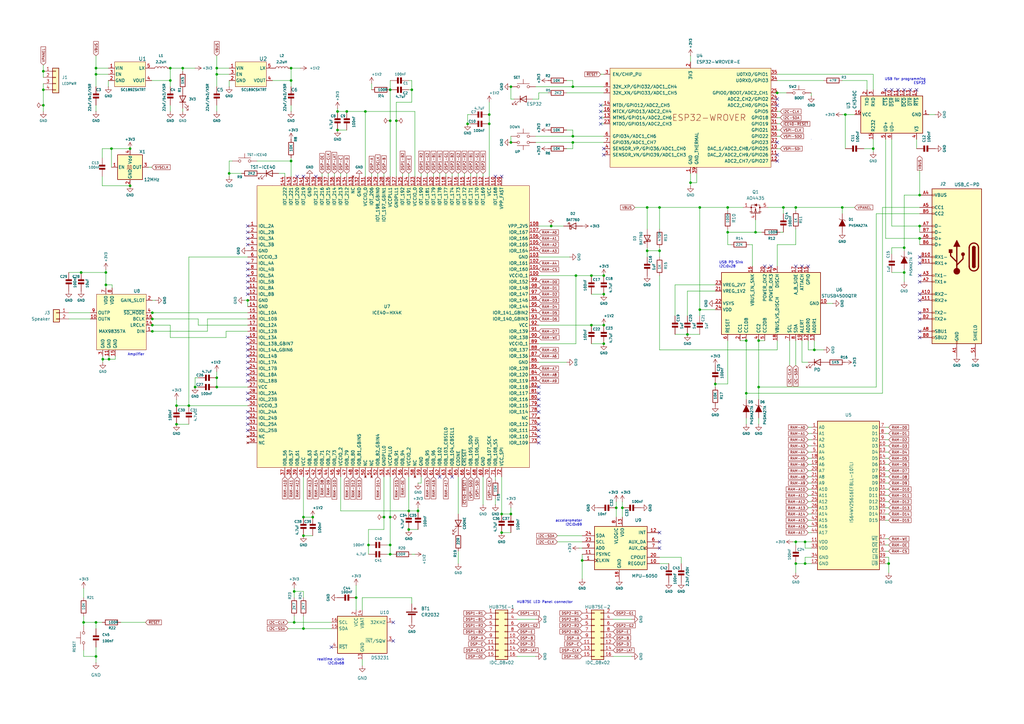
<source format=kicad_sch>
(kicad_sch (version 20231120) (generator "eeschema") (generator_version "8.0")
  (paper "A3")
  (junction (at 209.55 210.82))
  (junction (at 205.74 210.82))
  (junction (at 330.2 231.14))
  (junction (at 160.02 212.09))
  (junction (at 364.49 231.14))
  (junction (at 72.39 173.99))
  (junction (at 321.31 85.09))
  (junction (at 93.98 71.12))
  (junction (at 247.65 113.03))
  (junction (at 200.66 50.8))
  (junction (at 370.84 111.76))
  (junction (at 160.02 223.52))
  (junction (at 162.56 49.53))
  (junction (at 311.15 139.7))
  (junction (at 17.78 29.21))
  (junction (at 252.73 208.28))
  (junction (at 255.27 208.28))
  (junction (at 44.704 147.32))
  (junction (at 247.65 133.35))
  (junction (at 377.19 97.79))
  (junction (at 171.45 209.55))
  (junction (at 247.65 120.65))
  (junction (at 88.9 30.48))
  (junction (at 234.95 58.42))
  (junction (at 306.07 139.7))
  (junction (at 326.39 85.09))
  (junction (at 45.72 60.96))
  (junction (at 74.93 27.94))
  (junction (at 124.46 212.09))
  (junction (at 146.05 245.11))
  (junction (at 120.65 255.27))
  (junction (at 358.14 60.96))
  (junction (at 311.15 158.75))
  (junction (at 293.37 157.48))
  (junction (at 34.29 255.27))
  (junction (at 124.46 257.81))
  (junction (at 265.43 102.87))
  (junction (at 309.88 95.25))
  (junction (at 80.01 158.75))
  (junction (at 160.02 227.33))
  (junction (at 234.95 55.88))
  (junction (at 234.95 35.56))
  (junction (at 160.02 49.53))
  (junction (at 69.85 27.94))
  (junction (at 270.51 85.09))
  (junction (at 265.43 85.09))
  (junction (at 200.66 46.99))
  (junction (at 39.37 269.24))
  (junction (at 101.6 123.19))
  (junction (at 191.77 50.8))
  (junction (at 62.484 133.35))
  (junction (at 39.37 27.94))
  (junction (at 43.434 111.76))
  (junction (at 346.71 46.99))
  (junction (at 377.19 80.01))
  (junction (at 242.57 113.03))
  (junction (at 62.484 135.89))
  (junction (at 151.13 223.52))
  (junction (at 326.39 231.14))
  (junction (at 53.34 76.2))
  (junction (at 72.39 166.37))
  (junction (at 298.45 95.25))
  (junction (at 88.9 154.94))
  (junction (at 88.9 27.94))
  (junction (at 209.55 35.56))
  (junction (at 209.55 58.42))
  (junction (at 298.45 85.09))
  (junction (at 17.78 43.18))
  (junction (at 160.02 36.83))
  (junction (at 62.484 130.81))
  (junction (at 77.47 166.37))
  (junction (at 281.94 137.16))
  (junction (at 88.9 158.75))
  (junction (at 377.19 92.71))
  (junction (at 69.85 33.02))
  (junction (at 167.64 217.17))
  (junction (at 242.57 133.35))
  (junction (at 345.44 85.09))
  (junction (at 287.02 127))
  (junction (at 157.48 212.09))
  (junction (at 167.64 209.55))
  (junction (at 334.01 143.51))
  (junction (at 236.22 113.03))
  (junction (at 306.07 161.29))
  (junction (at 33.274 111.76))
  (junction (at 330.2 222.25))
  (junction (at 120.65 242.57))
  (junction (at 247.65 140.97))
  (junction (at 119.38 66.04))
  (junction (at 17.78 36.83))
  (junction (at 124.46 219.71))
  (junction (at 238.76 229.87))
  (junction (at 142.24 45.72))
  (junction (at 53.34 60.96))
  (junction (at 138.43 45.72))
  (junction (at 43.434 116.84))
  (junction (at 119.38 27.94))
  (junction (at 149.86 45.72))
  (junction (at 370.84 101.6))
  (junction (at 318.77 38.1))
  (junction (at 283.21 74.93))
  (junction (at 226.06 92.71))
  (junction (at 287.02 85.09))
  (junction (at 39.37 255.27))
  (junction (at 128.27 212.09))
  (junction (at 39.37 30.48))
  (junction (at 326.39 222.25))
  (junction (at 138.43 53.34))
  (junction (at 62.484 128.27))
  (junction (at 270.51 102.87))
  (junction (at 42.164 147.32))
  (junction (at 205.74 218.44))
  (junction (at 168.91 36.83))
  (junction (at 119.38 33.02))
  (no_connect (at 377.19 107.95))
  (no_connect (at 246.38 43.18))
  (no_connect (at 101.6 168.91))
  (no_connect (at 220.98 176.53))
  (no_connect (at 203.2 72.39))
  (no_connect (at 377.19 130.81))
  (no_connect (at 101.6 146.05))
  (no_connect (at 377.19 105.41))
  (no_connect (at 101.6 171.45))
  (no_connect (at 124.46 72.39))
  (no_connect (at 246.38 45.72))
  (no_connect (at 377.19 115.57))
  (no_connect (at 135.89 265.43))
  (no_connect (at 121.92 72.39))
  (no_connect (at 373.38 36.83))
  (no_connect (at 270.51 222.25))
  (no_connect (at 101.6 156.21))
  (no_connect (at 318.77 58.42))
  (no_connect (at 247.65 63.5))
  (no_connect (at 101.6 176.53))
  (no_connect (at 318.77 43.18))
  (no_connect (at 363.22 36.83))
  (no_connect (at 246.38 48.26))
  (no_connect (at 101.6 140.97))
  (no_connect (at 375.92 36.83))
  (no_connect (at 101.6 92.71))
  (no_connect (at 101.6 138.43))
  (no_connect (at 220.98 173.99))
  (no_connect (at 220.98 179.07))
  (no_connect (at 185.42 195.58))
  (no_connect (at 377.19 113.03))
  (no_connect (at 220.98 163.83))
  (no_connect (at 129.54 72.39))
  (no_connect (at 101.6 113.03))
  (no_connect (at 377.19 135.89))
  (no_connect (at 377.19 120.65))
  (no_connect (at 326.39 109.22))
  (no_connect (at 101.6 120.65))
  (no_connect (at 365.76 36.83))
  (no_connect (at 101.6 97.79))
  (no_connect (at 220.98 158.75))
  (no_connect (at 161.29 255.27))
  (no_connect (at 370.84 36.83))
  (no_connect (at 220.98 181.61))
  (no_connect (at 328.93 109.22))
  (no_connect (at 316.23 109.22))
  (no_connect (at 377.19 138.43))
  (no_connect (at 318.77 40.64))
  (no_connect (at 101.6 143.51))
  (no_connect (at 161.29 262.89))
  (no_connect (at 101.6 115.57))
  (no_connect (at 318.77 63.5))
  (no_connect (at 246.38 50.8))
  (no_connect (at 101.6 173.99))
  (no_connect (at 247.65 60.96))
  (no_connect (at 313.69 109.22))
  (no_connect (at 377.19 123.19))
  (no_connect (at 101.6 148.59))
  (no_connect (at 180.34 195.58))
  (no_connect (at 101.6 110.49))
  (no_connect (at 318.77 66.04))
  (no_connect (at 101.6 118.11))
  (no_connect (at 101.6 95.25))
  (no_connect (at 101.6 153.67))
  (no_connect (at 101.6 107.95))
  (no_connect (at 101.6 100.33))
  (no_connect (at 101.6 151.13))
  (no_connect (at 270.51 224.79))
  (no_connect (at 220.98 168.91))
  (no_connect (at 368.3 36.83))
  (no_connect (at 220.98 161.29))
  (no_connect (at 377.19 128.27))
  (no_connect (at 101.6 161.29))
  (no_connect (at 220.98 166.37))
  (no_connect (at 101.6 163.83))
  (no_connect (at 331.47 109.22))
  (no_connect (at 270.51 218.44))
  (no_connect (at 205.74 72.39))
  (wire (pts (xy 157.48 71.12) (xy 157.48 72.39)))
  (wire (pts (xy 139.7 209.55) (xy 167.64 209.55)))
  (wire (pts (xy 72.39 173.99) (xy 77.47 173.99)))
  (wire (pts (xy 154.94 71.12) (xy 154.94 72.39)))
  (wire (pts (xy 193.04 71.12) (xy 193.04 72.39)))
  (wire (pts (xy 39.37 27.94) (xy 44.45 27.94)))
  (wire (pts (xy 265.43 102.87) (xy 265.43 105.41)))
  (wire (pts (xy 363.22 200.66) (xy 364.49 200.66)))
  (wire (pts (xy 265.43 85.09) (xy 270.51 85.09)))
  (wire (pts (xy 34.29 252.73) (xy 34.29 255.27)))
  (wire (pts (xy 41.91 72.39) (xy 41.91 76.2)))
  (wire (pts (xy 246.38 43.18) (xy 247.65 43.18)))
  (wire (pts (xy 270.51 231.14) (xy 274.32 231.14)))
  (wire (pts (xy 363.22 208.28) (xy 364.49 208.28)))
  (wire (pts (xy 331.47 185.42) (xy 332.74 185.42)))
  (wire (pts (xy 276.86 129.54) (xy 276.86 116.84)))
  (wire (pts (xy 331.47 190.5) (xy 332.74 190.5)))
  (wire (pts (xy 210.82 40.64) (xy 209.55 40.64)))
  (wire (pts (xy 283.21 74.93) (xy 283.21 76.2)))
  (wire (pts (xy 285.75 74.93) (xy 285.75 71.12)))
  (wire (pts (xy 270.51 113.03) (xy 270.51 143.51)))
  (wire (pts (xy 234.95 58.42) (xy 247.65 58.42)))
  (wire (pts (xy 363.22 190.5) (xy 364.49 190.5)))
  (wire (pts (xy 198.12 71.12) (xy 198.12 72.39)))
  (wire (pts (xy 205.74 218.44) (xy 209.55 218.44)))
  (wire (pts (xy 363.22 226.06) (xy 364.49 226.06)))
  (wire (pts (xy 170.18 227.33) (xy 168.91 227.33)))
  (wire (pts (xy 236.22 140.97) (xy 236.22 113.03)))
  (wire (pts (xy 95.25 66.04) (xy 93.98 66.04)))
  (wire (pts (xy 270.51 101.6) (xy 270.51 102.87)))
  (wire (pts (xy 293.37 119.38) (xy 281.94 119.38)))
  (wire (pts (xy 287.02 85.09) (xy 287.02 127)))
  (wire (pts (xy 311.15 139.7) (xy 311.15 158.75)))
  (wire (pts (xy 308.61 100.33) (xy 307.34 100.33)))
  (wire (pts (xy 187.96 195.58) (xy 187.96 210.82)))
  (wire (pts (xy 111.76 33.02) (xy 119.38 33.02)))
  (wire (pts (xy 124.46 245.11) (xy 124.46 242.57)))
  (wire (pts (xy 219.71 254) (xy 212.09 254)))
  (wire (pts (xy 148.59 245.11) (xy 168.91 245.11)))
  (wire (pts (xy 346.71 60.96) (xy 346.71 46.99)))
  (wire (pts (xy 318.77 55.88) (xy 320.04 55.88)))
  (wire (pts (xy 151.13 227.33) (xy 151.13 223.52)))
  (wire (pts (xy 326.39 231.14) (xy 326.39 234.95)))
  (wire (pts (xy 62.484 133.35) (xy 69.85 133.35)))
  (wire (pts (xy 219.71 35.56) (xy 234.95 35.56)))
  (wire (pts (xy 328.93 148.59) (xy 328.93 139.7)))
  (wire (pts (xy 252.73 212.09) (xy 252.73 208.28)))
  (wire (pts (xy 363.22 185.42) (xy 364.49 185.42)))
  (wire (pts (xy 180.34 71.12) (xy 180.34 72.39)))
  (wire (pts (xy 318.77 109.22) (xy 318.77 100.33)))
  (wire (pts (xy 298.45 95.25) (xy 309.88 95.25)))
  (wire (pts (xy 321.31 85.09) (xy 326.39 85.09)))
  (wire (pts (xy 318.77 50.8) (xy 320.04 50.8)))
  (wire (pts (xy 321.31 87.63) (xy 321.31 85.09)))
  (wire (pts (xy 39.37 265.43) (xy 39.37 269.24)))
  (wire (pts (xy 92.71 135.89) (xy 101.6 135.89)))
  (wire (pts (xy 220.98 148.59) (xy 232.41 148.59)))
  (wire (pts (xy 232.41 60.96) (xy 234.95 60.96)))
  (wire (pts (xy 363.22 231.14) (xy 364.49 231.14)))
  (wire (pts (xy 306.07 139.7) (xy 306.07 161.29)))
  (wire (pts (xy 34.29 266.7) (xy 34.29 269.24)))
  (wire (pts (xy 306.07 161.29) (xy 361.95 161.29)))
  (wire (pts (xy 325.12 222.25) (xy 326.39 222.25)))
  (wire (pts (xy 41.91 255.27) (xy 39.37 255.27)))
  (wire (pts (xy 93.98 72.39) (xy 93.98 71.12)))
  (wire (pts (xy 281.94 137.16) (xy 287.02 137.16)))
  (wire (pts (xy 17.78 29.21) (xy 17.78 31.75)))
  (wire (pts (xy 88.9 152.4) (xy 88.9 154.94)))
  (wire (pts (xy 330.2 228.6) (xy 330.2 231.14)))
  (wire (pts (xy 358.14 30.48) (xy 358.14 36.83)))
  (wire (pts (xy 318.77 45.72) (xy 320.04 45.72)))
  (wire (pts (xy 242.57 133.35) (xy 247.65 133.35)))
  (wire (pts (xy 331.47 139.7) (xy 331.47 143.51)))
  (wire (pts (xy 364.49 234.95) (xy 364.49 231.14)))
  (wire (pts (xy 100.33 123.19) (xy 101.6 123.19)))
  (wire (pts (xy 232.41 53.34) (xy 234.95 53.34)))
  (wire (pts (xy 331.47 200.66) (xy 332.74 200.66)))
  (wire (pts (xy 209.55 208.28) (xy 209.55 210.82)))
  (wire (pts (xy 124.46 242.57) (xy 120.65 242.57)))
  (wire (pts (xy 365.76 92.71) (xy 365.76 57.15)))
  (wire (pts (xy 170.18 45.72) (xy 170.18 72.39)))
  (wire (pts (xy 377.19 69.85) (xy 377.19 80.01)))
  (wire (pts (xy 219.71 58.42) (xy 234.95 58.42)))
  (wire (pts (xy 318.77 53.34) (xy 320.04 53.34)))
  (wire (pts (xy 365.76 101.6) (xy 365.76 104.14)))
  (wire (pts (xy 363.22 213.36) (xy 364.49 213.36)))
  (wire (pts (xy 157.48 195.58) (xy 157.48 212.09)))
  (wire (pts (xy 177.8 71.12) (xy 177.8 72.39)))
  (wire (pts (xy 331.47 148.59) (xy 328.93 148.59)))
  (wire (pts (xy 62.23 128.27) (xy 62.484 128.27)))
  (wire (pts (xy 238.76 229.87) (xy 238.76 237.49)))
  (wire (pts (xy 118.11 257.81) (xy 124.46 257.81)))
  (wire (pts (xy 63.754 123.19) (xy 62.484 123.19)))
  (wire (pts (xy 287.02 127) (xy 287.02 129.54)))
  (wire (pts (xy 43.434 116.84) (xy 43.434 118.11)))
  (wire (pts (xy 45.72 60.96) (xy 53.34 60.96)))
  (wire (pts (xy 43.434 110.49) (xy 43.434 111.76)))
  (wire (pts (xy 265.43 102.87) (xy 270.51 102.87)))
  (wire (pts (xy 62.23 33.02) (xy 69.85 33.02)))
  (wire (pts (xy 331.47 193.04) (xy 332.74 193.04)))
  (wire (pts (xy 283.21 71.12) (xy 283.21 74.93)))
  (wire (pts (xy 331.47 180.34) (xy 332.74 180.34)))
  (wire (pts (xy 45.72 60.96) (xy 45.72 68.58)))
  (wire (pts (xy 148.59 250.19) (xy 148.59 245.11)))
  (wire (pts (xy 355.6 33.02) (xy 355.6 36.83)))
  (wire (pts (xy 281.94 119.38) (xy 281.94 129.54)))
  (wire (pts (xy 283.21 74.93) (xy 285.75 74.93)))
  (wire (pts (xy 171.45 198.12) (xy 172.72 198.12)))
  (wire (pts (xy 167.64 33.02) (xy 168.91 33.02)))
  (wire (pts (xy 119.38 27.94) (xy 119.38 33.02)))
  (wire (pts (xy 345.44 87.63) (xy 345.44 85.09)))
  (wire (pts (xy 69.85 45.72) (xy 69.85 43.18)))
  (wire (pts (xy 220.98 92.71) (xy 226.06 92.71)))
  (wire (pts (xy 81.28 130.81) (xy 81.28 133.35)))
  (wire (pts (xy 37.084 128.27) (xy 28.194 128.27)))
  (wire (pts (xy 39.37 30.48) (xy 39.37 35.56)))
  (wire (pts (xy 232.41 33.02) (xy 234.95 33.02)))
  (wire (pts (xy 148.59 270.51) (xy 148.59 273.05)))
  (wire (pts (xy 37.084 130.81) (xy 28.194 130.81)))
  (wire (pts (xy 370.84 102.87) (xy 370.84 101.6)))
  (wire (pts (xy 317.5 38.1) (xy 318.77 38.1)))
  (wire (pts (xy 332.74 224.79) (xy 330.2 224.79)))
  (wire (pts (xy 220.98 105.41) (xy 233.68 105.41)))
  (wire (pts (xy 341.63 124.46) (xy 339.09 124.46)))
  (wire (pts (xy 62.484 135.89) (xy 85.09 135.89)))
  (wire (pts (xy 182.88 71.12) (xy 182.88 72.39)))
  (wire (pts (xy 118.11 255.27) (xy 120.65 255.27)))
  (wire (pts (xy 276.86 137.16) (xy 281.94 137.16)))
  (wire (pts (xy 318.77 100.33) (xy 326.39 100.33)))
  (wire (pts (xy 62.484 128.27) (xy 101.6 128.27)))
  (wire (pts (xy 234.95 60.96) (xy 234.95 58.42)))
  (wire (pts (xy 209.55 40.64) (xy 209.55 35.56)))
  (wire (pts (xy 17.78 34.29) (xy 17.78 36.83)))
  (wire (pts (xy 334.01 143.51) (xy 337.82 143.51)))
  (wire (pts (xy 246.38 50.8) (xy 247.65 50.8)))
  (wire (pts (xy 139.7 195.58) (xy 139.7 209.55)))
  (wire (pts (xy 363.22 203.2) (xy 364.49 203.2)))
  (wire (pts (xy 228.6 219.71) (xy 238.76 219.71)))
  (wire (pts (xy 88.9 27.94) (xy 93.98 27.94)))
  (wire (pts (xy 119.38 64.77) (xy 119.38 66.04)))
  (wire (pts (xy 88.9 27.94) (xy 88.9 30.48)))
  (wire (pts (xy 218.44 40.64) (xy 220.98 40.64)))
  (wire (pts (xy 61.976 135.89) (xy 62.484 135.89)))
  (wire (pts (xy 124.46 212.09) (xy 128.27 212.09)))
  (wire (pts (xy 318.77 30.48) (xy 358.14 30.48)))
  (wire (pts (xy 69.85 133.35) (xy 69.85 138.43)))
  (wire (pts (xy 237.49 224.79) (xy 238.76 224.79)))
  (wire (pts (xy 234.95 55.88) (xy 247.65 55.88)))
  (wire (pts (xy 298.45 95.25) (xy 298.45 93.98)))
  (wire (pts (xy 303.53 139.7) (xy 306.07 139.7)))
  (wire (pts (xy 242.57 120.65) (xy 247.65 120.65)))
  (wire (pts (xy 17.78 26.67) (xy 17.78 29.21)))
  (wire (pts (xy 44.704 146.05) (xy 44.704 147.32)))
  (wire (pts (xy 42.164 146.05) (xy 42.164 147.32)))
  (wire (pts (xy 345.44 85.09) (xy 350.52 85.09)))
  (wire (pts (xy 160.02 36.83) (xy 160.02 33.02)))
  (wire (pts (xy 168.91 41.91) (xy 168.91 36.83)))
  (wire (pts (xy 172.72 71.12) (xy 172.72 72.39)))
  (wire (pts (xy 42.164 147.32) (xy 42.164 148.59)))
  (wire (pts (xy 265.43 93.98) (xy 265.43 85.09)))
  (wire (pts (xy 85.09 130.81) (xy 101.6 130.81)))
  (wire (pts (xy 114.3 71.12) (xy 116.84 71.12)))
  (wire (pts (xy 152.4 34.29) (xy 152.4 36.83)))
  (wire (pts (xy 331.47 182.88) (xy 332.74 182.88)))
  (wire (pts (xy 160.02 195.58) (xy 160.02 212.09)))
  (wire (pts (xy 346.71 46.99) (xy 350.52 46.99)))
  (wire (pts (xy 330.2 224.79) (xy 330.2 222.25)))
  (wire (pts (xy 72.39 166.37) (xy 77.47 166.37)))
  (wire (pts (xy 157.48 212.09) (xy 157.48 217.17)))
  (wire (pts (xy 209.55 210.82) (xy 205.74 210.82)))
  (wire (pts (xy 160.02 227.33) (xy 161.29 227.33)))
  (wire (pts (xy 370.84 111.76) (xy 370.84 115.57)))
  (wire (pts (xy 167.64 217.17) (xy 171.45 217.17)))
  (wire (pts (xy 242.57 113.03) (xy 247.65 113.03)))
  (wire (pts (xy 375.92 60.96) (xy 375.92 57.15)))
  (wire (pts (xy 326.39 85.09) (xy 345.44 85.09)))
  (wire (pts (xy 187.96 226.06) (xy 187.96 231.14)))
  (wire (pts (xy 142.24 45.72) (xy 138.43 45.72)))
  (wire (pts (xy 260.35 85.09) (xy 265.43 85.09)))
  (wire (pts (xy 88.9 154.94) (xy 88.9 158.75)))
  (wire (pts (xy 41.91 64.77) (xy 41.91 60.96)))
  (wire (pts (xy 265.43 101.6) (xy 265.43 102.87)))
  (wire (pts (xy 149.86 45.72) (xy 149.86 72.39)))
  (wire (pts (xy 62.23 133.35) (xy 62.484 133.35)))
  (wire (pts (xy 299.72 100.33) (xy 298.45 100.33)))
  (wire (pts (xy 81.28 133.35) (xy 101.6 133.35)))
  (wire (pts (xy 331.47 203.2) (xy 332.74 203.2)))
  (wire (pts (xy 47.244 147.32) (xy 44.704 147.32)))
  (wire (pts (xy 298.45 85.09) (xy 304.8 85.09)))
  (wire (pts (xy 363.22 210.82) (xy 364.49 210.82)))
  (wire (pts (xy 120.65 255.27) (xy 135.89 255.27)))
  (wire (pts (xy 236.22 113.03) (xy 242.57 113.03)))
  (wire (pts (xy 200.66 46.99) (xy 200.66 50.8)))
  (wire (pts (xy 270.51 228.6) (xy 279.4 228.6)))
  (wire (pts (xy 358.14 62.23) (xy 358.14 60.96)))
  (wire (pts (xy 363.22 182.88) (xy 364.49 182.88)))
  (wire (pts (xy 363.22 205.74) (xy 364.49 205.74)))
  (wire (pts (xy 39.37 255.27) (xy 39.37 257.81)))
  (wire (pts (xy 168.91 245.11) (xy 168.91 247.65)))
  (wire (pts (xy 185.42 71.12) (xy 185.42 72.39)))
  (wire (pts (xy 62.23 130.81) (xy 62.484 130.81)))
  (wire (pts (xy 151.13 217.17) (xy 157.48 217.17)))
  (wire (pts (xy 81.28 158.75) (xy 80.01 158.75)))
  (wire (pts (xy 85.09 135.89) (xy 85.09 130.81)))
  (wire (pts (xy 92.71 138.43) (xy 92.71 135.89)))
  (wire (pts (xy 39.37 269.24) (xy 39.37 271.78)))
  (wire (pts (xy 119.38 72.39) (xy 119.38 66.04)))
  (wire (pts (xy 287.02 85.09) (xy 298.45 85.09)))
  (wire (pts (xy 270.51 85.09) (xy 270.51 93.98)))
  (wire (pts (xy 34.29 255.27) (xy 39.37 255.27)))
  (wire (pts (xy 47.244 146.05) (xy 47.244 147.32)))
  (wire (pts (xy 80.01 154.94) (xy 80.01 158.75)))
  (wire (pts (xy 331.47 177.8) (xy 332.74 177.8)))
  (wire (pts (xy 74.93 44.45) (xy 74.93 45.72)))
  (wire (pts (xy 137.16 71.12) (xy 137.16 72.39)))
  (wire (pts (xy 234.95 35.56) (xy 247.65 35.56)))
  (wire (pts (xy 149.86 45.72) (xy 170.18 45.72)))
  (wire (pts (xy 167.64 195.58) (xy 167.64 209.55)))
  (wire (pts (xy 326.39 149.86) (xy 326.39 139.7)))
  (wire (pts (xy 363.22 180.34) (xy 364.49 180.34)))
  (wire (pts (xy 167.64 72.39) (xy 167.64 71.12)))
  (wire (pts (xy 99.06 71.12) (xy 93.98 71.12)))
  (wire (pts (xy 345.44 46.99) (xy 346.71 46.99)))
  (wire (pts (xy 165.1 71.12) (xy 165.1 72.39)))
  (wire (pts (xy 311.15 171.45) (xy 311.15 173.99)))
  (wire (pts (xy 34.29 241.3) (xy 34.29 245.11)))
  (wire (pts (xy 332.74 228.6) (xy 330.2 228.6)))
  (wire (pts (xy 259.08 254) (xy 251.46 254)))
  (wire (pts (xy 17.78 36.83) (xy 17.78 43.18)))
  (wire (pts (xy 77.47 166.37) (xy 101.6 166.37)))
  (wire (pts (xy 364.49 231.14) (xy 364.49 228.6)))
  (wire (pts (xy 160.02 227.33) (xy 158.75 227.33)))
  (wire (pts (xy 120.65 241.3) (xy 120.65 242.57)))
  (wire (pts (xy 226.06 92.71) (xy 231.14 92.71)))
  (wire (pts (xy 41.91 76.2) (xy 53.34 76.2)))
  (wire (pts (xy 332.74 39.37) (xy 332.74 38.1)))
  (wire (pts (xy 361.95 85.09) (xy 361.95 161.29)))
  (wire (pts (xy 246.38 48.26) (xy 247.65 48.26)))
  (wire (pts (xy 62.484 130.81) (xy 81.28 130.81)))
  (wire (pts (xy 93.98 66.04) (xy 93.98 71.12)))
  (wire (pts (xy 187.96 71.12) (xy 187.96 72.39)))
  (wire (pts (xy 246.38 30.48) (xy 247.65 30.48)))
  (wire (pts (xy 220.98 140.97) (xy 236.22 140.97)))
  (wire (pts (xy 203.2 207.01) (xy 203.2 204.47)))
  (wire (pts (xy 34.29 256.54) (xy 34.29 255.27)))
  (wire (pts (xy 365.76 92.71) (xy 377.19 92.71)))
  (wire (pts (xy 152.4 71.12) (xy 152.4 72.39)))
  (wire (pts (xy 219.71 269.24) (xy 212.09 269.24)))
  (wire (pts (xy 326.39 222.25) (xy 330.2 222.25)))
  (wire (pts (xy 293.37 127) (xy 287.02 127)))
  (wire (pts (xy 255.27 208.28) (xy 255.27 212.09)))
  (wire (pts (xy 101.6 125.73) (xy 101.6 123.19)))
  (wire (pts (xy 195.58 71.12) (xy 195.58 72.39)))
  (wire (pts (xy 220.98 133.35) (xy 242.57 133.35)))
  (wire (pts (xy 318.77 33.02) (xy 337.82 33.02)))
  (wire (pts (xy 298.45 139.7) (xy 298.45 157.48)))
  (wire (pts (xy 45.974 116.84) (xy 43.434 116.84)))
  (wire (pts (xy 220.98 38.1) (xy 224.79 38.1)))
  (wire (pts (xy 331.47 175.26) (xy 332.74 175.26)))
  (wire (pts (xy 331.47 187.96) (xy 332.74 187.96)))
  (wire (pts (xy 293.37 157.48) (xy 298.45 157.48)))
  (wire (pts (xy 309.88 95.25) (xy 312.42 95.25)))
  (wire (pts (xy 200.66 50.8) (xy 200.66 72.39)))
  (wire (pts (xy 80.01 27.94) (xy 74.93 27.94)))
  (wire (pts (xy 314.96 85.09) (xy 321.31 85.09)))
  (wire (pts (xy 331.47 215.9) (xy 332.74 215.9)))
  (wire (pts (xy 172.72 198.12) (xy 172.72 195.58)))
  (wire (pts (xy 39.37 22.86) (xy 39.37 27.94)))
  (wire (pts (xy 246.38 45.72) (xy 247.65 45.72)))
  (wire (pts (xy 39.37 30.48) (xy 44.45 30.48)))
  (wire (pts (xy 365.76 101.6) (xy 370.84 101.6)))
  (wire (pts (xy 238.76 227.33) (xy 238.76 229.87)))
  (wire (pts (xy 191.77 46.99) (xy 191.77 50.8)))
  (wire (pts (xy 124.46 195.58) (xy 124.46 212.09)))
  (wire (pts (xy 60.96 68.58) (xy 62.23 68.58)))
  (wire (pts (xy 43.434 111.76) (xy 43.434 116.84)))
  (wire (pts (xy 331.47 198.12) (xy 332.74 198.12)))
  (wire (pts (xy 306.07 161.29) (xy 306.07 163.83)))
  (wire (pts (xy 203.2 196.85) (xy 203.2 195.58)))
  (wire (pts (xy 331.47 208.28) (xy 332.74 208.28)))
  (wire (pts (xy 160.02 36.83) (xy 160.02 49.53)))
  (wire (pts (xy 255.27 205.74) (xy 255.27 208.28)))
  (wire (pts (xy 363.22 187.96) (xy 364.49 187.96)))
  (wire (pts (xy 74.93 27.94) (xy 74.93 29.21)))
  (wire (pts (xy 318.77 38.1) (xy 322.58 38.1)))
  (wire (pts (xy 93.98 35.56) (xy 93.98 33.02)))
  (wire (pts (xy 354.33 60.96) (xy 358.14 60.96)))
  (wire (pts (xy 88.9 30.48) (xy 88.9 35.56)))
  (wire (pts (xy 168.91 33.02) (xy 168.91 36.83)))
  (wire (pts (xy 167.64 209.55) (xy 171.45 209.55)))
  (wire (pts (xy 331.47 210.82) (xy 332.74 210.82)))
  (wire (pts (xy 162.56 49.53) (xy 162.56 41.91)))
  (wire (pts (xy 17.78 43.18) (xy 17.78 45.72)))
  (wire (pts (xy 88.9 30.48) (xy 93.98 30.48)))
  (wire (pts (xy 293.37 157.48) (xy 293.37 158.75)))
  (wire (pts (xy 158.75 223.52) (xy 160.02 223.52)))
  (wire (pts (xy 77.47 105.41) (xy 77.47 166.37)))
  (wire (pts (xy 363.22 177.8) (xy 364.49 177.8)))
  (wire (pts (xy 69.85 27.94) (xy 74.93 27.94)))
  (wire (pts (xy 270.51 143.51) (xy 318.77 143.51)))
  (wire (pts (xy 209.55 55.88) (xy 209.55 58.42)))
  (wire (pts (xy 34.29 269.24) (xy 39.37 269.24)))
  (wire (pts (xy 119.38 27.94) (xy 123.19 27.94)))
  (wire (pts (xy 270.51 102.87) (xy 270.51 105.41)))
  (wire (pts (xy 331.47 195.58) (xy 332.74 195.58)))
  (wire (pts (xy 72.39 163.83) (xy 72.39 166.37)))
  (wire (pts (xy 331.47 205.74) (xy 332.74 205.74)))
  (wire (pts (xy 318.77 60.96) (xy 320.04 60.96)))
  (wire (pts (xy 298.45 86.36) (xy 298.45 85.09)))
  (wire (pts (xy 320.04 95.25) (xy 321.31 95.25)))
  (wire (pts (xy 80.01 154.94) (xy 81.28 154.94)))
  (wire (pts (xy 146.05 240.03) (xy 146.05 245.11)))
  (wire (pts (xy 326.39 223.52) (xy 326.39 222.25)))
  (wire (pts (xy 49.53 255.27) (xy 59.69 255.27)))
  (wire (pts (xy 39.37 27.94) (xy 39.37 30.48)))
  (wire (pts (xy 311.15 139.7) (xy 313.69 139.7)))
  (wire (pts (xy 228.6 222.25) (xy 238.76 222.25)))
  (wire (pts (xy 120.65 252.73) (xy 120.65 255.27)))
  (wire (pts (xy 138.43 44.45) (xy 138.43 45.72)))
  (wire (pts (xy 234.95 33.02) (xy 234.95 35.56)))
  (wire (pts (xy 283.21 22.86) (xy 283.21 25.4)))
  (wire (pts (xy 39.37 45.72) (xy 39.37 43.18)))
  (wire (pts (xy 146.05 250.19) (xy 146.05 245.11)))
  (wire (pts (xy 306.07 171.45) (xy 306.07 173.99)))
  (wire (pts (xy 45.974 118.11) (xy 45.974 116.84)))
  (wire (pts (xy 377.19 97.79) (xy 377.19 100.33)))
  (wire (pts (xy 220.98 113.03) (xy 236.22 113.03)))
  (wire (pts (xy 190.5 71.12) (xy 190.5 72.39)))
  (wire (pts (xy 270.51 85.09) (xy 287.02 85.09)))
  (wire (pts (xy 162.56 41.91) (xy 168.91 41.91)))
  (wire (pts (xy 358.14 60.96) (xy 358.14 57.15)))
  (wire (pts (xy 331.47 218.44) (xy 332.74 218.44)))
  (wire (pts (xy 69.85 138.43) (xy 92.71 138.43)))
  (wire (pts (xy 279.4 231.14) (xy 279.4 228.6)))
  (wire (pts (xy 119.38 33.02) (xy 119.38 35.56)))
  (wire (pts (xy 193.04 50.8) (xy 191.77 50.8)))
  (wire (pts (xy 377.19 92.71) (xy 377.19 95.25)))
  (wire (pts (xy 191.77 46.99) (xy 193.04 46.99)))
  (wire (pts (xy 359.41 87.63) (xy 359.41 158.75)))
  (wire (pts (xy 326.39 86.36) (xy 326.39 85.09)))
  (wire (pts (xy 44.45 35.56) (xy 44.45 33.02)))
  (wire (pts (xy 363.22 223.52) (xy 364.49 223.52)))
  (wire (pts (xy 326.39 100.33) (xy 326.39 93.98)))
  (wire (pts (xy 142.24 45.72) (xy 149.86 45.72)))
  (wire (pts (xy 142.24 71.12) (xy 142.24 72.39)))
  (wire (pts (xy 298.45 95.25) (xy 298.45 100.33)))
  (wire (pts (xy 200.66 41.91) (xy 200.66 46.99)))
  (wire (pts (xy 330.2 231.14) (xy 332.74 231.14)))
  (wire (pts (xy 334.01 143.51) (xy 334.01 139.7)))
  (wire (pts (xy 311.15 163.83) (xy 311.15 158.75)))
  (wire (pts (xy 330.2 222.25) (xy 332.74 222.25)))
  (wire (pts (xy 242.57 140.97) (xy 247.65 140.97)))
  (wire (pts (xy 175.26 71.12) (xy 175.26 72.39)))
  (wire (pts (xy 160.02 212.09) (xy 160.02 223.52)))
  (wire (pts (xy 198.12 207.01) (xy 198.12 195.58)))
  (wire (pts (xy 318.77 48.26) (xy 320.04 48.26)))
  (wire (pts (xy 363.22 97.79) (xy 377.19 97.79)))
  (wire (pts (xy 139.7 71.12) (xy 139.7 72.39)))
  (wire (pts (xy 120.65 242.57) (xy 120.65 245.11)))
  (wire (pts (xy 232.41 38.1) (xy 247.65 38.1)))
  (wire (pts (xy 132.08 71.12) (xy 132.08 72.39)))
  (wire (pts (xy 252.73 205.74) (xy 252.73 208.28)))
  (wire (pts (xy 124.46 252.73) (xy 124.46 257.81)))
  (wire (pts (xy 124.46 257.81) (xy 135.89 257.81)))
  (wire (pts (xy 363.22 220.98) (xy 364.49 220.98)))
  (wire (pts (xy 361.95 85.09) (xy 377.19 85.09)))
  (wire (pts (xy 383.54 46.99) (xy 381 46.99)))
  (wire (pts (xy 160.02 223.52) (xy 160.02 227.33)))
  (wire (pts (xy 377.19 87.63) (xy 359.41 87.63)))
  (wire (pts (xy 69.85 27.94) (xy 69.85 33.02)))
  (wire (pts (xy 370.84 101.6) (xy 370.84 80.01)))
  (wire (pts (xy 69.85 33.02) (xy 69.85 35.56)))
  (wire (pts (xy 119.38 66.04) (xy 105.41 66.04)))
  (wire (pts (xy 43.434 111.76) (xy 33.274 111.76)))
  (wire (pts (xy 308.61 100.33) (xy 308.61 109.22)))
  (wire (pts (xy 88.9 45.72) (xy 88.9 43.18)))
  (wire (pts (xy 151.13 223.52) (xy 151.13 217.17)))
  (wire (pts (xy 44.704 147.32) (xy 42.164 147.32)))
  (wire (pts (xy 345.44 33.02) (xy 355.6 33.02)))
  (wire (pts (xy 311.15 158.75) (xy 359.41 158.75)))
  (wire (pts (xy 205.74 195.58) (xy 205.74 210.82)))
  (wire (pts (xy 370.84 80.01) (xy 377.19 80.01)))
  (wire (pts (xy 364.49 228.6) (xy 363.22 228.6)))
  (wire (pts (xy 331.47 213.36) (xy 332.74 213.36)))
  (wire (pts (xy 138.43 53.34) (xy 142.24 53.34)))
  (wire (pts (xy 219.71 55.88) (xy 234.95 55.88)))
  (wire (pts (xy 363.22 198.12) (xy 364.49 198.12)))
  (wire (pts (xy 323.85 149.86) (xy 323.85 139.7)))
  (wire (pts (xy 370.84 110.49) (xy 370.84 111.76)))
  (wire (pts (xy 134.62 71.12) (xy 134.62 72.39)))
  (wire (pts (xy 220.98 40.64) (xy 220.98 38.1)))
  (wire (pts (xy 363.22 57.15) (xy 363.22 97.79)))
  (wire (pts (xy 309.88 90.17) (xy 309.88 95.25)))
  (wire (pts (xy 276.86 116.84) (xy 293.37 116.84)))
  (wire (pts (xy 162.56 72.39) (xy 162.56 49.53)))
  (wire (pts (xy 33.274 111.76) (xy 28.194 111.76)))
  (wire (pts (xy 88.9 158.75) (xy 101.6 158.75)))
  (wire (pts (xy 77.47 105.41) (xy 101.6 105.41)))
  (wire (pts (xy 326.39 231.14) (xy 330.2 231.14)))
  (wire (pts (xy 116.84 71.12) (xy 116.84 72.39)))
  (wire (pts (xy 88.9 22.86) (xy 88.9 27.94)))
  (wire (pts (xy 119.38 45.72) (xy 119.38 43.18)))
  (wire (pts (xy 365.76 111.76) (xy 370.84 111.76)))
  (wire (pts (xy 363.22 195.58) (xy 364.49 195.58)))
  (wire (pts (xy 168.91 36.83) (xy 167.64 36.83)))
  (wire (pts (xy 363.22 193.04) (xy 364.49 193.04)))
  (wire (pts (xy 259.08 269.24) (xy 251.46 269.24)))
  (wire (pts (xy 124.46 219.71) (xy 128.27 219.71)))
  (wire (pts (xy 41.91 60.96) (xy 45.72 60.96)))
  (wire (pts (xy 171.45 208.28) (xy 171.45 209.55)))
  (wire (pts (xy 363.22 175.26) (xy 364.49 175.26)))
  (wire (pts (xy 318.77 143.51) (xy 318.77 139.7)))
  (wire (pts (xy 331.47 143.51) (xy 334.01 143.51)))
  (wire (pts (xy 160.02 49.53) (xy 160.02 72.39)))
  (wire (pts (xy 234.95 53.34) (xy 234.95 55.88)))
  (rectangle (start 332.74 57.15) (end 332.74 57.15))
  (text "Amplifier" (at 52.324 146.05 0) (effects (font (size 1.016 1.016)) (justify left bottom)))
  (text "USB for programming\nESP32" (at 379.73 34.798 0) (effects (font (size 1.016 1.016)) (justify right bottom)))
  (text "HUB75E LED Panel connector\n" (at 234.95 247.65 0) (effects (font (size 1.016 1.016)) (justify right bottom)))
  (text "accelerometer\nI2C:0x69" (at 238.76 215.9 0) (effects (font (size 1.016 1.016)) (justify right bottom)))
  (text "USB PD Sink\nI2C:0x28" (at 294.894 109.982 0) (effects (font (size 1.016 1.016)) (justify left bottom)))
  (text "realtime clock\nI2C:0x68" (at 141.224 272.796 0) (effects (font (size 1.016 1.016)) (justify right bottom)))
  (global_label "RAM-A5" (shape input) (at 331.47 187.96 180) (effects (font (size 1.016 1.016))) (property "Intersheetrefs" "${INTERSHEET_REFS}" (effects (hide yes))))
  (global_label "I2C-CLK" (shape input) (at 323.85 149.86 270) (effects (font (size 1.016 1.016))) (property "Intersheetrefs" "${INTERSHEET_REFS}" (effects (hide yes))))
  (global_label "DSP-C" (shape input) (at 139.7 71.12 90) (effects (font (size 1.016 1.016))) (property "Intersheetrefs" "${INTERSHEET_REFS}" (effects (hide yes))))
  (global_label "RAM-D2" (shape input) (at 364.49 180.34 0) (effects (font (size 1.016 1.016))) (property "Intersheetrefs" "${INTERSHEET_REFS}" (effects (hide yes))))
  (global_label "DSP-A" (shape input) (at 152.4 71.12 90) (effects (font (size 1.016 1.016))) (property "Intersheetrefs" "${INTERSHEET_REFS}" (effects (hide yes))))
  (global_label "RAM-A2" (shape input) (at 220.98 100.33 0) (effects (font (size 1.016 1.016))) (property "Intersheetrefs" "${INTERSHEET_REFS}" (effects (hide yes))))
  (global_label "DSP2-R2" (shape input) (at 238.76 256.54 180) (effects (font (size 1.016 1.016))) (property "Intersheetrefs" "${INTERSHEET_REFS}" (effects (hide yes))))
  (global_label "DSP-E" (shape input) (at 167.64 71.12 90) (effects (font (size 1.016 1.016))) (property "Intersheetrefs" "${INTERSHEET_REFS}" (effects (hide yes))))
  (global_label "I2C-SDA" (shape input) (at 320.04 48.26 0) (effects (font (size 1.016 1.016))) (property "Intersheetrefs" "${INTERSHEET_REFS}" (effects (hide yes))))
  (global_label "RAM-CS" (shape input) (at 220.98 110.49 0) (effects (font (size 1.016 1.016))) (property "Intersheetrefs" "${INTERSHEET_REFS}" (effects (hide yes))))
  (global_label "RAM-A16" (shape input) (at 177.8 195.58 270) (effects (font (size 1.016 1.016))) (property "Intersheetrefs" "${INTERSHEET_REFS}" (effects (hide yes))))
  (global_label "RAM-D6" (shape input) (at 364.49 190.5 0) (effects (font (size 1.016 1.016))) (property "Intersheetrefs" "${INTERSHEET_REFS}" (effects (hide yes))))
  (global_label "RAM-A12" (shape input) (at 121.92 195.58 270) (effects (font (size 1.016 1.016))) (property "Intersheetrefs" "${INTERSHEET_REFS}" (effects (hide yes))))
  (global_label "DSP-OE" (shape input) (at 199.39 269.24 180) (effects (font (size 1.016 1.016))) (property "Intersheetrefs" "${INTERSHEET_REFS}" (effects (hide yes))))
  (global_label "RAM-A4" (shape input) (at 220.98 107.95 0) (effects (font (size 1.016 1.016))) (property "Intersheetrefs" "${INTERSHEET_REFS}" (effects (hide yes))))
  (global_label "DSP1-G1" (shape input) (at 212.09 251.46 0) (effects (font (size 1.016 1.016))) (property "Intersheetrefs" "${INTERSHEET_REFS}" (effects (hide yes))))
  (global_label "RAM-A3" (shape input) (at 331.47 182.88 180) (effects (font (size 1.016 1.016))) (property "Intersheetrefs" "${INTERSHEET_REFS}" (effects (hide yes))))
  (global_label "RAM-D15" (shape input) (at 364.49 213.36 0) (effects (font (size 1.016 1.016))) (property "Intersheetrefs" "${INTERSHEET_REFS}" (effects (hide yes))))
  (global_label "RAM-A11" (shape input) (at 331.47 203.2 180) (effects (font (size 1.016 1.016))) (property "Intersheetrefs" "${INTERSHEET_REFS}" (effects (hide yes))))
  (global_label "VSPI-CLK" (shape input) (at 320.04 53.34 0) (effects (font (size 1.016 1.016))) (property "Intersheetrefs" "${INTERSHEET_REFS}" (effects (hide yes))))
  (global_label "I2C-SDA" (shape input) (at 326.39 149.86 270) (effects (font (size 1.016 1.016))) (property "Intersheetrefs" "${INTERSHEET_REFS}" (effects (hide yes))))
  (global_label "DSP2-B1" (shape input) (at 238.76 254 180) (effects (font (size 1.016 1.016))) (property "Intersheetrefs" "${INTERSHEET_REFS}" (effects (hide yes))))
  (global_label "RAM-D2" (shape input) (at 220.98 120.65 0) (effects (font (size 1.016 1.016))) (property "Intersheetrefs" "${INTERSHEET_REFS}" (effects (hide yes))))
  (global_label "RAM-A0" (shape input) (at 331.47 175.26 180) (effects (font (size 1.016 1.016))) (property "Intersheetrefs" "${INTERSHEET_REFS}" (effects (hide yes))))
  (global_label "DSP2-G1" (shape input) (at 195.58 71.12 90) (effects (font (size 1.016 1.016))) (property "Intersheetrefs" "${INTERSHEET_REFS}" (effects (hide yes))))
  (global_label "DSP-B" (shape input) (at 251.46 261.62 0) (effects (font (size 1.016 1.016))) (property "Intersheetrefs" "${INTERSHEET_REFS}" (effects (hide yes))))
  (global_label "RAM-CS" (shape input) (at 364.49 226.06 0) (effects (font (size 1.016 1.016))) (property "Intersheetrefs" "${INTERSHEET_REFS}" (effects (hide yes))))
  (global_label "I2C-CLK" (shape input) (at 320.04 45.72 0) (effects (font (size 1.016 1.016))) (property "Intersheetrefs" "${INTERSHEET_REFS}" (effects (hide yes))))
  (global_label "DSP1-B2" (shape input) (at 165.1 71.12 90) (effects (font (size 1.016 1.016))) (property "Intersheetrefs" "${INTERSHEET_REFS}" (effects (hide yes))))
  (global_label "DSP-D" (shape input) (at 212.09 264.16 0) (effects (font (size 1.016 1.016))) (property "Intersheetrefs" "${INTERSHEET_REFS}" (effects (hide yes))))
  (global_label "RAM-D7" (shape input) (at 220.98 135.89 0) (effects (font (size 1.016 1.016))) (property "Intersheetrefs" "${INTERSHEET_REFS}" (effects (hide yes))))
  (global_label "DSP1-R1" (shape input) (at 199.39 251.46 180) (effects (font (size 1.016 1.016))) (property "Intersheetrefs" "${INTERSHEET_REFS}" (effects (hide yes))))
  (global_label "RAM-D0" (shape input) (at 364.49 175.26 0) (effects (font (size 1.016 1.016))) (property "Intersheetrefs" "${INTERSHEET_REFS}" (effects (hide yes))))
  (global_label "RAM-A2" (shape input) (at 331.47 180.34 180) (effects (font (size 1.016 1.016))) (property "Intersheetrefs" "${INTERSHEET_REFS}" (effects (hide yes))))
  (global_label "DSP2-R1" (shape input) (at 238.76 251.46 180) (effects (font (size 1.016 1.016))) (property "Intersheetrefs" "${INTERSHEET_REFS}" (effects (hide yes))))
  (global_label "RAM-A13" (shape input) (at 127 195.58 270) (effects (font (size 1.016 1.016))) (property "Intersheetrefs" "${INTERSHEET_REFS}" (effects (hide yes))))
  (global_label "DSP2-R1" (shape input) (at 198.12 71.12 90) (effects (font (size 1.016 1.016))) (property "Intersheetrefs" "${INTERSHEET_REFS}" (effects (hide yes))))
  (global_label "DSP2-B1" (shape input) (at 193.04 71.12 90) (effects (font (size 1.016 1.016))) (property "Intersheetrefs" "${INTERSHEET_REFS}" (effects (hide yes))))
  (global_label "RAM-D14" (shape input) (at 154.94 195.58 270) (effects (font (size 1.016 1.016))) (property "Intersheetrefs" "${INTERSHEET_REFS}" (effects (hide yes))))
  (global_label "RAM-A8" (shape input) (at 331.47 195.58 180) (effects (font (size 1.016 1.016))) (property "Intersheetrefs" "${INTERSHEET_REFS}" (effects (hide yes))))
  (global_label "DSP2-B2" (shape input) (at 238.76 259.08 180) (effects (font (size 1.016 1.016))) (property "Intersheetrefs" "${INTERSHEET_REFS}" (effects (hide yes))))
  (global_label "RAM-WE" (shape input) (at 364.49 220.98 0) (effects (font (size 1.016 1.016))) (property "Intersheetrefs" "${INTERSHEET_REFS}" (effects (hide yes))))
  (global_label "RAM-D11" (shape input) (at 364.49 203.2 0) (effects (font (size 1.016 1.016))) (property "Intersheetrefs" "${INTERSHEET_REFS}" (effects (hide yes))))
  (global_label "SYSCLK" (shape input) (at 154.94 71.12 90) (effects (font (size 1.016 1.016))) (property "Intersheetrefs" "${INTERSHEET_REFS}" (effects (hide yes))))
  (global_label "RAM-A15" (shape input) (at 331.47 213.36 180) (effects (font (size 1.016 1.016))) (property "Intersheetrefs" "${INTERSHEET_REFS}" (effects (hide yes))))
  (global_label "RAM-A4" (shape input) (at 331.47 185.42 180) (effects (font (size 1.016 1.016))) (property "Intersheetrefs" "${INTERSHEET_REFS}" (effects (hide yes))))
  (global_label "RAM-D1" (shape input) (at 220.98 118.11 0) (effects (font (size 1.016 1.016))) (property "Intersheetrefs" "${INTERSHEET_REFS}" (effects (hide yes))))
  (global_label "RAM-A14" (shape input) (at 129.54 195.58 270) (effects (font (size 1.016 1.016))) (property "Intersheetrefs" "${INTERSHEET_REFS}" (effects (hide yes))))
  (global_label "I2C-CLK" (shape input) (at 228.6 222.25 180) (effects (font (size 1.016 1.016))) (property "Intersheetrefs" "${INTERSHEET_REFS}" (effects (hide yes))))
  (global_label "RAM-D10" (shape input) (at 137.16 195.58 270) (effects (font (size 1.016 1.016))) (property "Intersheetrefs" "${INTERSHEET_REFS}" (effects (hide yes))))
  (global_label "DSP1-B2" (shape input) (at 199.39 259.08 180) (effects (font (size 1.016 1.016))) (property "Intersheetrefs" "${INTERSHEET_REFS}" (effects (hide yes))))
  (global_label "VBUS" (shape input) (at 88.9 22.86 90) (effects (font (size 1.016 1.016))) (property "Intersheetrefs" "${INTERSHEET_REFS}" (effects (hide yes))))
  (global_label "VSPI-SDI" (shape input) (at 320.04 60.96 0) (effects (font (size 1.016 1.016))) (property "Intersheetrefs" "${INTERSHEET_REFS}" (effects (hide yes))))
  (global_label "VBUS" (shape input) (at 39.37 22.86 90) (effects (font (size 1.016 1.016))) (property "Intersheetrefs" "${INTERSHEET_REFS}" (effects (hide yes))))
  (global_label "DSP-D" (shape input) (at 142.24 71.12 90) (effects (font (size 1.016 1.016))) (property "Intersheetrefs" "${INTERSHEET_REFS}" (effects (hide yes))))
  (global_label "RAM-OE" (shape input) (at 364.49 223.52 0) (effects (font (size 1.016 1.016))) (property "Intersheetrefs" "${INTERSHEET_REFS}" (effects (hide yes))))
  (global_label "RAM-A17" (shape input) (at 182.88 195.58 270) (effects (font (size 1.016 1.016))) (property "Intersheetrefs" "${INTERSHEET_REFS}" (effects (hide yes))))
  (global_label "RAM-A9" (shape input) (at 331.47 198.12 180) (effects (font (size 1.016 1.016))) (property "Intersheetrefs" "${INTERSHEET_REFS}" (effects (hide yes))))
  (global_label "SYSCLK" (shape input) (at 62.23 68.58 0) (effects (font (size 1.016 1.016))) (property "Intersheetrefs" "${INTERSHEET_REFS}" (effects (hide yes))))
  (global_label "RAM-D1" (shape input) (at 364.49 177.8 0) (effects (font (size 1.016 1.016))) (property "Intersheetrefs" "${INTERSHEET_REFS}" (effects (hide yes))))
  (global_label "RAM-D6" (shape input) (at 220.98 130.81 0) (effects (font (size 1.016 1.016))) (property "Intersheetrefs" "${INTERSHEET_REFS}" (effects (hide yes))))
  (global_label "RAM-A10" (shape input) (at 331.47 200.66 180) (effects (font (size 1.016 1.016))) (property "Intersheetrefs" "${INTERSHEET_REFS}" (effects (hide yes))))
  (global_label "DSP-OE" (shape input) (at 132.08 71.12 90) (effects (font (size 1.016 1.016))) (property "Intersheetrefs" "${INTERSHEET_REFS}" (effects (hide yes))))
  (global_label "DSP2-G2" (shape input) (at 251.46 256.54 0) (effects (font (size 1.016 1.016))) (property "Intersheetrefs" "${INTERSHEET_REFS}" (effects (hide yes))))
  (global_label "RAM-A1" (shape input) (at 331.47 177.8 180) (effects (font (size 1.016 1.016))) (property "Intersheetrefs" "${INTERSHEET_REFS}" (effects (hide yes))))
  (global_label "RAM-D5" (shape input) (at 364.49 187.96 0) (effects (font (size 1.016 1.016))) (property "Intersheetrefs" "${INTERSHEET_REFS}" (effects (hide yes))))
  (global_label "RAM-D7" (shape input) (at 364.49 193.04 0) (effects (font (size 1.016 1.016))) (property "Intersheetrefs" "${INTERSHEET_REFS}" (effects (hide yes))))
  (global_label "DSP1-B1" (shape input) (at 199.39 254 180) (effects (font (size 1.016 1.016))) (property "Intersheetrefs" "${INTERSHEET_REFS}" (effects (hide yes))))
  (global_label "I2C-CLK" (shape input) (at 118.11 255.27 180) (effects (font (size 1.016 1.016))) (property "Intersheetrefs" "${INTERSHEET_REFS}" (effects (hide yes))))
  (global_label "DSP-LAT" (shape input) (at 137.16 71.12 90) (effects (font (size 1.016 1.016))) (property "Intersheetrefs" "${INTERSHEET_REFS}" (effects (hide yes))))
  (global_label "RAM-A15" (shape input) (at 175.26 195.58 270) (effects (font (size 1.016 1.016))) (property "Intersheetrefs" "${INTERSHEET_REFS}" (effects (hide yes))))
  (global_label "RAM-A7" (shape input) (at 331.47 193.04 180) (effects (font (size 1.016 1.016))) (property "Intersheetrefs" "${INTERSHEET_REFS}" (effects (hide yes))))
  (global_label "RAM-D8" (shape input) (at 132.08 195.58 270) (effects (font (size 1.016 1.016))) (property "Intersheetrefs" "${INTERSHEET_REFS}" (effects (hide yes))))
  (global_label "DSP-E" (shape input) (at 251.46 259.08 0) (effects (font (size 1.016 1.016))) (property "Intersheetrefs" "${INTERSHEET_REFS}" (effects (hide yes))))
  (global_label "DSP1-R1" (shape input) (at 180.34 71.12 90) (effects (font (size 1.016 1.016))) (property "Intersheetrefs" "${INTERSHEET_REFS}" (effects (hide yes))))
  (global_label "RAM-D3" (shape input) (at 220.98 123.19 0) (effects (font (size 1.016 1.016))) (property "Intersheetrefs" "${INTERSHEET_REFS}" (effects (hide yes))))
  (global_label "RAM-A5" (shape input) (at 220.98 143.51 0) (effects (font (size 1.016 1.016))) (property "Intersheetrefs" "${INTERSHEET_REFS}" (effects (hide yes))))
  (global_label "RAM-A16" (shape input) (at 331.47 215.9 180) (effects (font (size 1.016 1.016))) (property "Intersheetrefs" "${INTERSHEET_REFS}" (effects (hide yes))))
  (global_label "RAM-D14" (shape input) (at 364.49 210.82 0) (effects (font (size 1.016 1.016))) (property "Intersheetrefs" "${INTERSHEET_REFS}" (effects (hide yes))))
  (global_label "RAM-A9" (shape input) (at 220.98 156.21 0) (effects (font (size 1.016 1.016))) (property "Intersheetrefs" "${INTERSHEET_REFS}" (effects (hide yes))))
  (global_label "RAM-D4" (shape input) (at 220.98 125.73 0) (effects (font (size 1.016 1.016))) (property "Intersheetrefs" "${INTERSHEET_REFS}" (effects (hide yes))))
  (global_label "DSP-LAT" (shape input) (at 212.09 266.7 0) (effects (font (size 1.016 1.016))) (property "Intersheetrefs" "${INTERSHEET_REFS}" (effects (hide yes))))
  (global_label "RAM-A17" (shape input) (at 331.47 218.44 180) (effects (font (size 1.016 1.016))) (property "Intersheetrefs" "${INTERSHEET_REFS}" (effects (hide yes))))
  (global_label "DSP-LAT" (shape input) (at 251.46 266.7 0) (effects (font (size 1.016 1.016))) (property "Intersheetrefs" "${INTERSHEET_REFS}" (effects (hide yes))))
  (global_label "~{ICE40-RESET}" (shape input) (at 190.5 195.58 270) (effects (font (size 1.016 1.016))) (property "Intersheetrefs" "${INTERSHEET_REFS}" (effects (hide yes))))
  (global_label "RAM-D15" (shape input) (at 162.56 195.58 270) (effects (font (size 1.016 1.016))) (property "Intersheetrefs" "${INTERSHEET_REFS}" (effects (hide yes))))
  (global_label "VSPI-CLK" (shape input) (at 200.66 195.58 270) (effects (font (size 1.016 1.016))) (property "Intersheetrefs" "${INTERSHEET_REFS}" (effects (hide yes))))
  (global_label "~{ICE40-RESET}" (shape input) (at 320.04 50.8 0) (effects (font (size 1.016 1.016))) (property "Intersheetrefs" "${INTERSHEET_REFS}" (effects (hide yes))))
  (global_label "DSP1-R2" (shape input) (at 172.72 71.12 90) (effects (font (size 1.016 1.016))) (property "Intersheetrefs" "${INTERSHEET_REFS}" (effects (hide yes))))
  (global_label "DSP2-G1" (shape input) (at 251.46 251.46 0) (effects (font (size 1.016 1.016))) (property "Intersheetrefs" "${INTERSHEET_REFS}" (effects (hide yes))))
  (global_label "DSP2-R2" (shape input) (at 190.5 71.12 90) (effects (font (size 1.016 1.016))) (property "Intersheetrefs" "${INTERSHEET_REFS}" (effects (hide yes))))
  (global_label "RAM-D9" (shape input) (at 364.49 198.12 0) (effects (font (size 1.016 1.016))) (property "Intersheetrefs" "${INTERSHEET_REFS}" (effects (hide yes))))
  (global_label "DSP1-G1" (shape input) (at 182.88 71.12 90) (effects (font (size 1.016 1.016))) (property "Intersheetrefs" "${INTERSHEET_REFS}" (effects (hide yes))))
  (global_label "RAM-D3" (shape input) (at 364.49 182.88 0) (effects (font (size 1.016 1.016))) (property "Intersheetrefs" "${INTERSHEET_REFS}" (effects (hide yes))))
  (global_label "VSPI-SDO" (shape input) (at 320.04 55.88 0) (effects (font (size 1.016 1.016))) (property "Intersheetrefs" "${INTERSHEET_REFS}" (effects (hide yes))))
  (global_label "DSP-A" (shape input) (at 199.39 261.62 180) (effects (font (size 1.016 1.016))) (property "Intersheetrefs" "${INTERSHEET_REFS}" (effects (hide yes))))
  (global_label "RAM-D5" (shape input) (at 220.98 128.27 0) (effects (font (size 1.016 1.016))) (property "Intersheetrefs" "${INTERSHEET_REFS}" (effects (hide yes))))
  (global_label "VPANEL" (shape input) (at 350.52 85.09 0) (effects (font (size 1.016 1.016))) (property "Intersheetrefs" "${INTERSHEET_REFS}" (effects (hide yes))))
  (global_label "RAM-D9" (shape input) (at 134.62 195.58 270) (effects (font (size 1.016 1.016))) (property "Intersheetrefs" "${INTERSHEET_REFS}" (effects (hide yes))))
  (global_label "I2C-SDA" (shape input) (at 228.6 219.71 180) (effects (font (size 1.016 1.016))) (property "Intersheetrefs" "${INTERSHEET_REFS}" (effects (hide yes))))
  (global_label "DSP-B" (shape input) (at 157.48 71.12 90) (effects (font (size 1.016 1.016))) (property "Intersheetrefs" "${INTERSHEET_REFS}" (effects (hide yes))))
  (global_label "VPANEL" (shape input) (at 17.78 26.67 90) (effects (font (size 1.016 1.016))) (property "Intersheetrefs" "${INTERSHEET_REFS}" (effects (hide yes))))
  (global_label "RAM-A6" (shape input) (at 331.47 190.5 180) (effects (font (size 1.016 1.016))) (property "Intersheetrefs" "${INTERSHEET_REFS}" (effects (hide yes))))
  (global_label "RAM-D11" (shape input) (at 142.24 195.58 270) (effects (font (size 1.016 1.016))) (property "Intersheetrefs" "${INTERSHEET_REFS}" (effects (hide yes))))
  (global_label "RAM-A8" (shape input) (at 220.98 153.67 0) (effects (font (size 1.016 1.016))) (property "Intersheetrefs" "${INTERSHEET_REFS}" (effects (hide yes))))
  (global_label "RAM-A14" (shape input) (at 331.47 210.82 180) (effects (font (size 1.016 1.016))) (property "Intersheetrefs" "${INTERSHEET_REFS}" (effects (hide yes))))
  (global_label "DSP1-R2" (shape input) (at 199.39 256.54 180) (effects (font (size 1.016 1.016))) (property "Intersheetrefs" "${INTERSHEET_REFS}" (effects (hide yes))))
  (global_label "RAM-D12" (shape input) (at 144.78 195.58 270) (effects (font (size 1.016 1.016))) (property "Intersheetrefs" "${INTERSHEET_REFS}" (effects (hide yes))))
  (global_label "DSP-CLK" (shape input) (at 134.62 71.12 90) (effects (font (size 1.016 1.016))) (property "Intersheetrefs" "${INTERSHEET_REFS}" (effects (hide yes))))
  (global_label "DSP2-B2" (shape input) (at 185.42 71.12 90) (effects (font (size 1.016 1.016))) (property "Intersheetrefs" "${INTERSHEET_REFS}" (effects (hide yes))))
  (global_label "RAM-A3" (shape input) (at 220.98 102.87 0) (effects (font (size 1.016 1.016))) (property "Intersheetrefs" "${INTERSHEET_REFS}" (effects (hide yes))))
  (global_label "RAM-A13" (shape input) (at 331.47 208.28 180) (effects (font (size 1.016 1.016))) (property "Intersheetrefs" "${INTERSHEET_REFS}" (effects (hide yes))))
  (global_label "RAM-OE" (shape input) (at 165.1 195.58 270) (effects (font (size 1.016 1.016))) (property "Intersheetrefs" "${INTERSHEET_REFS}" (effects (hide yes))))
  (global_label "RAM-D10" (shape input) (at 364.49 200.66 0) (effects (font (size 1.016 1.016))) (property "Intersheetrefs" "${INTERSHEET_REFS}" (effects (hide yes))))
  (global_label "DSP1-G2" (shape input) (at 175.26 71.12 90) (effects (font (size 1.016 1.016))) (property "Intersheetrefs" "${INTERSHEET_REFS}" (effects (hide yes))))
  (global_label "RAM-A1" (shape input) (at 220.98 97.79 0) (effects (font (size 1.016 1.016))) (property "Intersheetrefs" "${INTERSHEET_REFS}" (effects (hide yes))))
  (global_label "RAM-WE" (shape input) (at 220.98 138.43 0) (effects (font (size 1.016 1.016))) (property "Intersheetrefs" "${INTERSHEET_REFS}" (effects (hide yes))))
  (global_label "~{RESET}" (shape input) (at 59.69 255.27 0) (effects (font (size 1.016 1.016))) (property "Intersheetrefs" "${INTERSHEET_REFS}" (effects (hide yes))))
  (global_label "DSP-D" (shape input) (at 251.46 264.16 0) (effects (font (size 1.016 1.016))) (property "Intersheetrefs" "${INTERSHEET_REFS}" (effects (hide yes))))
  (global_label "RAM-A6" (shape input) (at 220.98 146.05 0) (effects (font (size 1.016 1.016))) (property "Intersheetrefs" "${INTERSHEET_REFS}" (effects (hide yes))))
  (global_label "VSPI-SDO" (shape input) (at 193.04 195.58 270) (effects (font (size 1.016 1.016))) (property "Intersheetrefs" "${INTERSHEET_REFS}" (effects (hide yes))))
  (global_label "DSP-C" (shape input) (at 199.39 264.16 180) (effects (font (size 1.016 1.016))) (property "Intersheetrefs" "${INTERSHEET_REFS}" (effects (hide yes))))
  (global_label "DSP-E" (shape input) (at 212.09 259.08 0) (effects (font (size 1.016 1.016))) (property "Intersheetrefs" "${INTERSHEET_REFS}" (effects (hide yes))))
  (global_label "RAM-D12" (shape input) (at 364.49 205.74 0) (effects (font (size 1.016 1.016))) (property "Intersheetrefs" "${INTERSHEET_REFS}" (effects (hide yes))))
  (global_label "~{RESET}" (shape input) (at 246.38 30.48 180) (effects (font (size 1.016 1.016))) (property "Intersheetrefs" "${INTERSHEET_REFS}" (effects (hide yes))))
  (global_label "RAM-A10" (shape input) (at 116.84 195.58 270) (effects (font (size 1.016 1.016))) (property "Intersheetrefs" "${INTERSHEET_REFS}" (effects (hide yes))))
  (global_label "RAM-A0" (shape input) (at 220.98 95.25 0) (effects (font (size 1.016 1.016))) (property "Intersheetrefs" "${INTERSHEET_REFS}" (effects (hide yes))))
  (global_label "DSP-CLK" (shape input) (at 238.76 266.7 180) (effects (font (size 1.016 1.016))) (property "Intersheetrefs" "${INTERSHEET_REFS}" (effects (hide yes))))
  (global_label "RAM-A12" (shape input) (at 331.47 205.74 180) (effects (font (size 1.016 1.016))) (property "Intersheetrefs" "${INTERSHEET_REFS}" (effects (hide yes))))
  (global_label "VSPI-SDI" (shape input) (at 195.58 195.58 270) (effects (font (size 1.016 1.016))) (property "Intersheetrefs" "${INTERSHEET_REFS}" (effects (hide yes))))
  (global_label "RAM-D4" (shape input) (at 364.49 185.42 0) (effects (font (size 1.016 1.016))) (property "Intersheetrefs" "${INTERSHEET_REFS}" (effects (hide yes))))
  (global_label "RAM-A7" (shape input) (at 220.98 151.13 0) (effects (font (size 1.016 1.016))) (property "Intersheetrefs" "${INTERSHEET_REFS}" (effects (hide yes))))
  (global_label "VBUS" (shape output) (at 377.19 69.85 90) (effects (font (size 1.016 1.016))) (property "Intersheetrefs" "${INTERSHEET_REFS}" (effects (hide yes))))
  (global_label "DSP-C" (shape input) (at 238.76 264.16 180) (effects (font (size 1.016 1.016))) (property "Intersheetrefs" "${INTERSHEET_REFS}" (effects (hide yes))))
  (global_label "DSP2-G2" (shape input) (at 187.96 71.12 90) (effects (font (size 1.016 1.016))) (property "Intersheetrefs" "${INTERSHEET_REFS}" (effects (hide yes))))
  (global_label "RAM-D0" (shape input) (at 220.98 115.57 0) (effects (font (size 1.016 1.016))) (property "Intersheetrefs" "${INTERSHEET_REFS}" (effects (hide yes))))
  (global_label "DSP-CLK" (shape input) (at 199.39 266.7 180) (effects (font (size 1.016 1.016))) (property "Intersheetrefs" "${INTERSHEET_REFS}" (effects (hide yes))))
  (global_label "I2C-SDA" (shape input) (at 118.11 257.81 180) (effects (font (size 1.016 1.016))) (property "Intersheetrefs" "${INTERSHEET_REFS}" (effects (hide yes))))
  (global_label "RAM-D8" (shape input) (at 364.49 195.58 0) (effects (font (size 1.016 1.016))) (property "Intersheetrefs" "${INTERSHEET_REFS}" (effects (hide yes))))
  (global_label "DSP-OE" (shape input) (at 238.76 269.24 180) (effects (font (size 1.016 1.016))) (property "Intersheetrefs" "${INTERSHEET_REFS}" (effects (hide yes))))
  (global_label "DSP1-G2" (shape input) (at 212.09 256.54 0) (effects (font (size 1.016 1.016))) (property "Intersheetrefs" "${INTERSHEET_REFS}" (effects (hide yes))))
  (global_label "VBUS" (shape input) (at 260.35 85.09 180) (effects (font (size 1.016 1.016))) (property "Intersheetrefs" "${INTERSHEET_REFS}" (effects (hide yes))))
  (global_label "RAM-D13" (shape input) (at 364.49 208.28 0) (effects (font (size 1.016 1.016))) (property "Intersheetrefs" "${INTERSHEET_REFS}" (effects (hide yes))))
  (global_label "RAM-A11" (shape input) (at 119.38 195.58 270) (effects (font (size 1.016 1.016))) (property "Intersheetrefs" "${INTERSHEET_REFS}" (effects (hide yes))))
  (global_label "DSP-B" (shape input) (at 212.09 261.62 0) (effects (font (size 1.016 1.016))) (property "Intersheetrefs" "${INTERSHEET_REFS}" (effects (hide yes))))
  (global_label "DSP-A" (shape input) (at 238.76 261.62 180) (effects (font (size 1.016 1.016))) (property "Intersheetrefs" "${INTERSHEET_REFS}" (effects (hide yes))))
  (global_label "DSP1-B1" (shape input) (at 177.8 71.12 90) (effects (font (size 1.016 1.016))) (property "Intersheetrefs" "${INTERSHEET_REFS}" (effects (hide yes))))
  (global_label "RAM-D13" (shape input) (at 147.32 195.58 270) (effects (font (size 1.016 1.016))) (property "Intersheetrefs" "${INTERSHEET_REFS}" (effects (hide yes))))
  (symbol (lib_id "0_project:C") (at 259.08 208.28 270) (unit 1)
    (property "Reference" "C33" (at 257.1198 208.7933 0) (effects (font (size 1 1)) (justify left)))
    (property "Value" "100nF" (at 259.08 205.74 90) (effects (font (size 1 1)) (justify left)))
    (property "Footprint" "Capacitor_SMD:C_0805_2012Metric_Pad1.18x1.45mm_HandSolder" (effects (hide yes)))
    (property "Description" "Unpolarized capacitor" (effects (hide yes)))
  )
  (symbol (lib_id "Device:R") (at 298.45 90.17 0) (unit 1)
    (property "Reference" "R10" (at 300.99 91.44 90) (effects (justify left)))
    (property "Value" "100K" (at 298.45 91.44 90) (effects (font (size 1 1)) (justify left)))
    (property "Footprint" "Resistor_SMD:R_1206_3216Metric_Pad1.30x1.75mm_HandSolder" (effects (hide yes)))
    (property "Description" "Resistor" (effects (hide yes)))
  )
  (symbol (lib_id "power:GND") (at 167.64 217.17 0) (unit 1)
    (property "Reference" "#PWR084" (effects (hide yes)))
    (property "Value" "GND" (at 167.64 220.98 0) (effects (font (size 1 1))))
    (property "Description" "Power symbol creates a global label with name \"GND\" , ground" (effects (hide yes)))
  )
  (symbol (lib_id "power:GND") (at 219.71 254 90) (unit 1)
    (property "Reference" "#PWR070" (effects (hide yes)))
    (property "Value" "GND" (at 223.52 254 0) (effects (font (size 1 1))))
    (property "Description" "Power symbol creates a global label with name \"GND\" , ground" (effects (hide yes)))
  )
  (symbol (lib_id "0_project:C") (at 321.31 91.44 0) (unit 1)
    (property "Reference" "C14" (at 322.6218 90.0755 90) (effects (font (size 1 1)) (justify left)))
    (property "Value" "100nF" (at 324.0691 93.0941 90) (effects (font (size 1 1)) (justify left)))
    (property "Footprint" "Capacitor_SMD:C_0805_2012Metric_Pad1.18x1.45mm_HandSolder" (effects (hide yes)))
    (property "Description" "Unpolarized capacitor" (effects (hide yes)))
  )
  (symbol (lib_id "Device:LED") (at 110.49 71.12 0) (unit 1)
    (property "Reference" "LED3" (effects (hide yes)))
    (property "Value" "TST-ICE40" (at 113.03 68.58 0) (effects (justify right)))
    (property "Footprint" "LED_SMD:LED_1206_3216Metric_Pad1.42x1.75mm_HandSolder" (effects (hide yes)))
    (property "Description" "Light emitting diode" (effects (hide yes)))
  )
  (symbol (lib_id "power:GND") (at 148.59 273.05 0) (unit 1)
    (property "Reference" "#PWR0100" (effects (hide yes)))
    (property "Value" "GND" (at 148.59 278.13 0))
    (property "Description" "Power symbol creates a global label with name \"GND\" , ground" (effects (hide yes)))
  )
  (symbol (lib_id "power:+1V2") (at 200.66 41.91 0) (unit 1)
    (property "Reference" "#PWR010" (effects (hide yes)))
    (property "Value" "+1V2" (at 200.66 38.1 0) (effects (font (size 1 1)) (justify left)))
    (property "Description" "Power symbol creates a global label with name \"+1V2\"" (effects (hide yes)))
  )
  (symbol (lib_id "0_project:ESP32-WROVER-E") (at 283.21 48.26 0) (unit 1)
    (property "Reference" "U4" (at 285.5334 22.86 0) (effects (justify left)))
    (property "Value" "ESP32-WROVER-E" (at 285.5334 25.4 0) (effects (justify left)))
    (property "Footprint" "0_project:ESP32-WROVER-E" (effects (hide yes)))
    (property "Datasheet" "https://www.espressif.com/sites/default/files/documentation/esp32-wrover-e_esp32-wrover-ie_datasheet_en.pdf" (effects (hide yes)))
    (property "Description" "ESP32-WROVER-E and ESP32-WROVER-IE are two powerful, generic WiFi-BT-BLE MCU modules that target a wide variety of applications, ranging from low-power sensor networks to the most demanding tasks, such as voice encoding, music streaming and MP3 decoding. ESP32-WROVER-E comes with a PCB antenna, and ESP32-WROVER-IE with an IPEX antenna. They both featurea 4 MB external SPI flash and an additional 8 MB SPI Pseudo static RAM (PSRAM)." (effects (hide yes)))
  )
  (symbol (lib_id "0_project:P4SMA27A") (at 311.15 167.64 270) (unit 1)
    (property "Reference" "D6" (at 311.658 164.846 90) (effects (font (size 1 1)) (justify left)))
    (property "Value" "P4SMA27A" (at 313.69 166.37 0) (effects (font (size 1 1)) (justify left)))
    (property "Footprint" "Diode_SMD:D_SMA_Handsoldering" (effects (hide yes)))
  )
  (symbol (lib_id "power:GND") (at 279.4 238.76 0) (unit 1)
    (property "Reference" "#PWR094" (effects (hide yes)))
    (property "Value" "GND" (at 279.4 242.57 0) (effects (font (size 1 1))))
    (property "Description" "Power symbol creates a global label with name \"GND\" , ground" (effects (hide yes)))
  )
  (symbol (lib_id "Device:R") (at 120.65 248.92 0) (unit 1)
    (property "Reference" "R23" (at 118.872 245.872 90) (effects (font (size 1 1)) (justify left)))
    (property "Value" "2K7" (at 120.65 250.19 90) (effects (font (size 1 1)) (justify left)))
    (property "Footprint" "Resistor_SMD:R_1206_3216Metric_Pad1.30x1.75mm_HandSolder" (effects (hide yes)))
    (property "Description" "Resistor" (effects (hide yes)))
  )
  (symbol (lib_id "0_project:Battery_Cell") (at 168.91 252.73 0) (unit 1)
    (property "Reference" "BT1" (at 172.72 249.6185 0) (effects (justify left)))
    (property "Value" "CR2032" (at 172.72 252.1585 0) (effects (justify left)))
    (property "Footprint" "0_project:cr2032_smd_clip" (effects (hide yes)))
    (property "Description" "Single-cell battery" (effects (hide yes)))
  )
  (symbol (lib_id "0_project:C") (at 163.83 33.02 270) (unit 1)
    (property "Reference" "C1" (at 165.3186 34.1307 90) (effects (font (size 1 1)) (justify left)))
    (property "Value" "100nF" (at 161.8451 30.4505 90) (effects (font (size 1 1)) (justify left)))
    (property "Footprint" "Capacitor_SMD:C_0805_2012Metric_Pad1.18x1.45mm_HandSolder" (effects (hide yes)))
    (property "Description" "Unpolarized capacitor" (effects (hide yes)))
  )
  (symbol (lib_id "0_project:P4SMA27A") (at 345.44 91.44 270) (unit 1)
    (property "Reference" "D1" (at 347.98 89.9794 90) (effects (font (size 1 1)) (justify left)))
    (property "Value" "P4SMA27A" (at 347.98 92.5194 90) (effects (font (size 1 1)) (justify left)))
    (property "Footprint" "Diode_SMD:D_SMA_Handsoldering" (effects (hide yes)))
  )
  (symbol (lib_id "0_project:C") (at 365.76 107.95 0) (unit 1)
    (property "Reference" "C15" (at 364.236 105.918 90) (effects (font (size 1 1)) (justify left)))
    (property "Value" "1uF" (at 364.49 111.76 90) (effects (font (size 1 1)) (justify left)))
    (property "Footprint" "Capacitor_SMD:C_0805_2012Metric_Pad1.18x1.45mm_HandSolder" (effects (hide yes)))
    (property "Description" "Unpolarized capacitor" (effects (hide yes)))
  )
  (symbol (lib_id "0_project:C") (at 196.85 46.99 90) (unit 1)
    (property "Reference" "C7" (at 195.2962 45.9262 90) (effects (font (size 1 1)) (justify left)))
    (property "Value" "4.7uF" (at 198.8022 44.4375 90) (effects (font (size 1 1)) (justify left)))
    (property "Footprint" "Capacitor_SMD:C_0805_2012Metric_Pad1.18x1.45mm_HandSolder" (effects (hide yes)))
    (property "Description" "Unpolarized capacitor" (effects (hide yes)))
  )
  (symbol (lib_id "Device:LED") (at 214.63 40.64 0) (unit 1)
    (property "Reference" "LED2" (effects (hide yes)))
    (property "Value" "ESP32" (at 222.25 42.672 0) (effects (justify right)))
    (property "Footprint" "LED_SMD:LED_1206_3216Metric_Pad1.42x1.75mm_HandSolder" (effects (hide yes)))
    (property "Description" "Light emitting diode" (effects (hide yes)))
  )
  (symbol (lib_id "0_project:C") (at 142.24 245.11 90) (unit 1)
    (property "Reference" "C44" (at 142.24 241.3 90) (effects (font (size 1 1))))
    (property "Value" "100nF" (at 142.24 242.824 90) (effects (font (size 1 1))))
    (property "Footprint" "Capacitor_SMD:C_0805_2012Metric_Pad1.18x1.45mm_HandSolder" (effects (hide yes)))
    (property "Description" "Unpolarized capacitor" (effects (hide yes)))
  )
  (symbol (lib_id "power:+3V3") (at 325.12 222.25 90) (unit 1)
    (property "Reference" "#PWR048" (effects (hide yes)))
    (property "Value" "+3V3" (at 320.04 222.25 90) (effects (font (size 1 1))))
    (property "Description" "Power symbol creates a global label with name \"+3V3\"" (effects (hide yes)))
  )
  (symbol (lib_id "Switch:SW_Push") (at 214.63 55.88 0) (unit 1)
    (property "Reference" "SW4" (effects (hide yes)))
    (property "Value" "DOWN" (at 213.36 52.07 0) (effects (font (size 1 1)) (justify right)))
    (property "Footprint" "0_project:SW_Tactile_SKHH_Angled" (effects (hide yes)))
    (property "Description" "Push button switch, generic, two pins" (effects (hide yes)))
    (property "PCBTXT" "DOWN" (effects (hide yes)))
  )
  (symbol (lib_id "0_project:P4SMA27A") (at 370.84 106.68 270) (unit 1)
    (property "Reference" "D4" (at 372.11 103.886 90) (effects (font (size 1 1)) (justify left)))
    (property "Value" "P4SMA27A" (at 373.634 105.41 0) (effects (font (size 1 1)) (justify left)))
    (property "Footprint" "Diode_SMD:D_SMA_Handsoldering" (effects (hide yes)))
  )
  (symbol (lib_id "power:GND") (at 198.12 207.01 0) (unit 1)
    (property "Reference" "#PWR075" (effects (hide yes)))
    (property "Value" "GND" (at 198.12 210.82 0) (effects (font (size 1 1))))
    (property "Description" "Power symbol creates a global label with name \"GND\" , ground" (effects (hide yes)))
  )
  (symbol (lib_id "power:GND") (at 281.94 137.16 0) (unit 1)
    (property "Reference" "#PWR047" (effects (hide yes)))
    (property "Value" "GND" (at 281.94 140.97 0) (effects (font (size 1 1))))
    (property "Description" "Power symbol creates a global label with name \"GND\" , ground" (effects (hide yes)))
  )
  (symbol (lib_id "power:+3V3") (at 80.01 27.94 270) (unit 1)
    (property "Reference" "#PWR02" (effects (hide yes)))
    (property "Value" "+3V3" (at 85.09 27.94 90) (effects (font (size 1 1))))
    (property "Description" "Power symbol creates a global label with name \"+3V3\"" (effects (hide yes)))
  )
  (symbol (lib_id "power:+3V3") (at 138.43 44.45 0) (unit 1)
    (property "Reference" "#PWR011" (effects (hide yes)))
    (property "Value" "+3V3" (at 138.43 39.37 90) (effects (font (size 1 1))))
    (property "Description" "Power symbol creates a global label with name \"+3V3\"" (effects (hide yes)))
  )
  (symbol (lib_id "Device:R") (at 228.6 53.34 90) (unit 1)
    (property "Reference" "R7" (at 225.7878 51.435 90) (effects (font (size 1 1)) (justify left)))
    (property "Value" "10K" (at 229.87 53.34 90) (effects (font (size 1 1)) (justify left)))
    (property "Footprint" "Resistor_SMD:R_1206_3216Metric_Pad1.30x1.75mm_HandSolder" (effects (hide yes)))
    (property "Description" "Resistor" (effects (hide yes)))
  )
  (symbol (lib_id "0_project:C") (at 196.85 50.8 90) (unit 1)
    (property "Reference" "C10" (at 195.2047 49.7719 90) (effects (font (size 1 1)) (justify left)))
    (property "Value" "100nF" (at 198.9263 53.5555 90) (effects (font (size 1 1)) (justify left)))
    (property "Footprint" "Capacitor_SMD:C_0805_2012Metric_Pad1.18x1.45mm_HandSolder" (effects (hide yes)))
    (property "Description" "Unpolarized capacitor" (effects (hide yes)))
  )
  (symbol (lib_id "power:+1V2") (at 170.18 227.33 270) (unit 1)
    (property "Reference" "#PWR088" (effects (hide yes)))
    (property "Value" "+1V2" (at 173.99 227.33 0) (effects (font (size 1 1)) (justify left)))
    (property "Description" "Power symbol creates a global label with name \"+1V2\"" (effects (hide yes)))
  )
  (symbol (lib_id "power:GND") (at 127 72.39 180) (unit 1)
    (property "Reference" "#PWR031" (effects (hide yes)))
    (property "Value" "GND" (at 127 68.58 0) (effects (font (size 1 1))))
    (property "Description" "Power symbol creates a global label with name \"GND\" , ground" (effects (hide yes)))
  )
  (symbol (lib_id "0_project:C") (at 88.9 39.37 0) (unit 1)
    (property "Reference" "C5" (at 88.9 36.83 0) (effects (justify left)))
    (property "Value" "22uF/6v3/X5R" (at 85.09 45.72 90) (effects (font (size 1 1)) (justify left)))
    (property "Footprint" "Capacitor_SMD:C_0805_2012Metric_Pad1.18x1.45mm_HandSolder" (effects (hide yes)))
    (property "Description" "Unpolarized capacitor" (effects (hide yes)))
  )
  (symbol (lib_id "0_project:C") (at 41.91 68.58 0) (unit 1)
    (property "Reference" "C13" (at 37.5191 66.8118 0) (effects (font (size 1 1)) (justify left)))
    (property "Value" "100nF" (at 36.251 68.6313 0) (effects (font (size 1 1)) (justify left)))
    (property "Footprint" "Capacitor_SMD:C_0805_2012Metric_Pad1.18x1.45mm_HandSolder" (effects (hide yes)))
    (property "Description" "Unpolarized capacitor" (effects (hide yes)))
  )
  (symbol (lib_id "power:GND") (at 72.39 173.99 0) (unit 1)
    (property "Reference" "#PWR066" (effects (hide yes)))
    (property "Value" "GND" (at 72.39 177.8 0) (effects (font (size 1 1))))
    (property "Description" "Power symbol creates a global label with name \"GND\" , ground" (effects (hide yes)))
  )
  (symbol (lib_id "0_project:C") (at 205.74 214.63 180) (unit 1)
    (property "Reference" "C36" (at 205.0576 212.6698 0) (effects (font (size 1 1)) (justify left)))
    (property "Value" "4.7uF" (at 203.1765 213.8997 90) (effects (font (size 1 1)) (justify left)))
    (property "Footprint" "Capacitor_SMD:C_0805_2012Metric_Pad1.18x1.45mm_HandSolder" (effects (hide yes)))
    (property "Description" "Unpolarized capacitor" (effects (hide yes)))
  )
  (symbol (lib_id "power:+3V3") (at 209.55 208.28 0) (unit 1)
    (property "Reference" "#PWR078" (effects (hide yes)))
    (property "Value" "+3V3" (at 209.55 204.47 0) (effects (font (size 1 1))))
    (property "Description" "Power symbol creates a global label with name \"+3V3\"" (effects (hide yes)))
  )
  (symbol (lib_id "power:GND") (at 326.39 234.95 0) (unit 1)
    (property "Reference" "#PWR056" (effects (hide yes)))
    (property "Value" "GND" (at 326.39 238.76 0) (effects (font (size 1 1))))
    (property "Description" "Power symbol creates a global label with name \"GND\" , ground" (effects (hide yes)))
  )
  (symbol (lib_id "power:+3V3") (at 120.65 241.3 0) (unit 1)
    (property "Reference" "#PWR096" (effects (hide yes)))
    (property "Value" "+3V3" (at 120.65 237.49 0) (effects (font (size 1 1))))
    (property "Description" "Power symbol creates a global label with name \"+3V3\"" (effects (hide yes)))
  )
  (symbol (lib_id "0_project:C") (at 281.94 133.35 0) (unit 1)
    (property "Reference" "C20" (at 283.2518 131.9855 90) (effects (font (size 1 1)) (justify left)))
    (property "Value" "1uF" (at 284.6991 135.0041 90) (effects (font (size 1 1)) (justify left)))
    (property "Footprint" "Capacitor_SMD:C_0805_2012Metric_Pad1.18x1.45mm_HandSolder" (effects (hide yes)))
    (property "Description" "Unpolarized capacitor" (effects (hide yes)))
  )
  (symbol (lib_id "Switch:SW_Push") (at 327.66 38.1 0) (unit 1)
    (property "Reference" "SW2" (at 325.12 35.56 0) (effects (font (size 1 1))))
    (property "Value" "BOOT" (at 327.7969 40.1729 0) (effects (font (size 1 1))))
    (property "Footprint" "Button_Switch_SMD:SW_SPST_FSMSM" (effects (hide yes)))
    (property "Description" "Push button switch, generic, two pins" (effects (hide yes)))
  )
  (symbol (lib_id "0_project:USB_C-PD") (at 392.43 105.41 0) (mirror y) (unit 1)
    (property "Reference" "J2" (at 385.572 75.438 0) (effects (justify right)))
    (property "Value" "USB_C-PD" (at 391.414 75.692 0) (effects (justify right)))
    (property "Footprint" "0_project:USB_C_Receptacle_G-Switch_GT-USB-7010ASV" (effects (hide yes)))
    (property "Datasheet" "https://www.usb.org/sites/default/files/documents/usb_type-c.zip" (effects (hide yes)))
    (property "Description" "USB Full-Featured Type-C Receptacle connector" (effects (hide yes)))
  )
  (symbol (lib_id "power:GND") (at 42.164 148.59 0) (mirror y) (unit 1)
    (property "Reference" "#PWR069" (effects (hide yes)))
    (property "Value" "GND" (at 42.164 152.4 0) (effects (font (size 1 1))))
    (property "Description" "Power symbol creates a global label with name \"GND\" , ground" (effects (hide yes)))
  )
  (symbol (lib_id "Device:LED") (at 187.96 214.63 270) (mirror x) (unit 1)
    (property "Reference" "LED5" (effects (hide yes)))
    (property "Value" "CDONE" (at 190.5 214.63 0) (effects (font (size 1 1))))
    (property "Footprint" "LED_SMD:LED_1206_3216Metric_Pad1.42x1.75mm_HandSolder" (effects (hide yes)))
    (property "Description" "Light emitting diode" (effects (hide yes)))
  )
  (symbol (lib_id "power:GND") (at 28.194 119.38 0) (mirror y) (unit 1)
    (property "Reference" "#PWR063" (effects (hide yes)))
    (property "Value" "GND" (at 28.194 123.19 0) (effects (font (size 1 1))))
    (property "Description" "Power symbol creates a global label with name \"GND\" , ground" (effects (hide yes)))
  )
  (symbol (lib_id "power:+3V3") (at 146.05 240.03 0) (unit 1)
    (property "Reference" "#PWR095" (effects (hide yes)))
    (property "Value" "+3V3" (at 146.05 236.22 0) (effects (font (size 1 1))))
    (property "Description" "Power symbol creates a global label with name \"+3V3\"" (effects (hide yes)))
  )
  (symbol (lib_id "0_project:C") (at 209.55 214.63 180) (unit 1)
    (property "Reference" "C37" (at 209.0367 212.6698 0) (effects (font (size 1 1)) (justify left)))
    (property "Value" "100nF" (at 212.4371 212.6698 90) (effects (font (size 1 1)) (justify left)))
    (property "Footprint" "Capacitor_SMD:C_0805_2012Metric_Pad1.18x1.45mm_HandSolder" (effects (hide yes)))
    (property "Description" "Unpolarized capacitor" (effects (hide yes)))
  )
  (symbol (lib_id "power:GND") (at 101.6 102.87 270) (unit 1)
    (property "Reference" "#PWR037" (effects (hide yes)))
    (property "Value" "GND" (at 97.79 102.87 0) (effects (font (size 1 1))))
    (property "Description" "Power symbol creates a global label with name \"GND\" , ground" (effects (hide yes)))
  )
  (symbol (lib_id "power:GND") (at 358.14 62.23 0) (unit 1)
    (property "Reference" "#PWR029" (effects (hide yes)))
    (property "Value" "GND" (at 358.14 66.04 0) (effects (font (size 1 1))))
    (property "Description" "Power symbol creates a global label with name \"GND\" , ground" (effects (hide yes)))
  )
  (symbol (lib_id "Device:R") (at 74.93 33.02 180) (unit 1)
    (property "Reference" "R1" (at 73.66 36.83 90) (effects (font (size 1 1))))
    (property "Value" "1K5" (at 74.93 33.02 90) (effects (font (size 1 1))))
    (property "Footprint" "Resistor_SMD:R_1206_3216Metric_Pad1.30x1.75mm_HandSolder" (effects (hide yes)))
    (property "Description" "Resistor" (effects (hide yes)))
  )
  (symbol (lib_id "power:+3V3") (at 238.76 92.71 270) (unit 1)
    (property "Reference" "#PWR035" (effects (hide yes)))
    (property "Value" "+3V3" (at 243.84 92.71 90) (effects (font (size 1 1))))
    (property "Description" "Power symbol creates a global label with name \"+3V3\"" (effects (hide yes)))
  )
  (symbol (lib_id "0_project:C") (at 242.57 137.16 0) (unit 1)
    (property "Reference" "C22" (at 243.1158 135.0218 0) (effects (font (size 1 1)) (justify left)))
    (property "Value" "100nF" (at 240.03 139.7 90) (effects (font (size 1 1)) (justify left)))
    (property "Footprint" "Capacitor_SMD:C_0805_2012Metric_Pad1.18x1.45mm_HandSolder" (effects (hide yes)))
    (property "Description" "Unpolarized capacitor" (effects (hide yes)))
  )
  (symbol (lib_id "Device:R") (at 45.72 255.27 270) (unit 1)
    (property "Reference" "R22" (at 44.45 257.556 90) (effects (font (size 1 1)) (justify left)))
    (property "Value" "100R" (at 44.45 255.27 90) (effects (font (size 1 1)) (justify left)))
    (property "Footprint" "Resistor_SMD:R_1206_3216Metric_Pad1.30x1.75mm_HandSolder" (effects (hide yes)))
    (property "Description" "Resistor" (effects (hide yes)))
  )
  (symbol (lib_id "0_project:C") (at 77.47 170.18 0) (unit 1)
    (property "Reference" "C31" (at 77.9729 168.2184 0) (effects (font (size 1 1)) (justify left)))
    (property "Value" "4.7uF" (at 80.1645 172.8497 90) (effects (font (size 1 1)) (justify left)))
    (property "Footprint" "Capacitor_SMD:C_0805_2012Metric_Pad1.18x1.45mm_HandSolder" (effects (hide yes)))
    (property "Description" "Unpolarized capacitor" (effects (hide yes)))
  )
  (symbol (lib_id "Switch:SW_Push") (at 100.33 66.04 0) (unit 1)
    (property "Reference" "SW5" (effects (hide yes)))
    (property "Value" "TST-ICE40" (at 105.41 63.5 0) (effects (font (size 1 1))))
    (property "Footprint" "Button_Switch_SMD:SW_SPST_FSMSM" (effects (hide yes)))
    (property "Description" "Push button switch, generic, two pins" (effects (hide yes)))
  )
  (symbol (lib_id "Diode:1N5819WS") (at 234.95 92.71 0) (unit 1)
    (property "Reference" "D2" (at 234.95 87.63 0) (effects (font (size 1 1))))
    (property "Value" "BAT760" (at 234.95 90.17 0) (effects (font (size 1 1))))
    (property "Footprint" "Diode_SMD:D_SOD-323" (effects (hide yes)))
    (property "Datasheet" "https://datasheet.lcsc.com/lcsc/2204281430_Guangdong-Hottech-1N5819WS_C191023.pdf" (effects (hide yes)))
    (property "Description" "40V 600mV@1A 1A SOD-323 Schottky Barrier Diodes, SOD-323" (effects (hide yes)))
  )
  (symbol (lib_id "power:+3V3") (at 224.79 33.02 90) (unit 1)
    (property "Reference" "#PWR04" (effects (hide yes)))
    (property "Value" "+3V3" (at 220.98 34.29 0) (effects (font (size 1 1)) (justify left)))
    (property "Description" "Power symbol creates a global label with name \"+3V3\"" (effects (hide yes)))
  )
  (symbol (lib_id "Device:R") (at 228.6 38.1 270) (unit 1)
    (property "Reference" "R5" (at 223.774 37.084 90) (effects (font (size 1 1)) (justify left)))
    (property "Value" "2K2" (at 227.33 38.1 90) (effects (font (size 1 1)) (justify left)))
    (property "Footprint" "Resistor_SMD:R_1206_3216Metric_Pad1.30x1.75mm_HandSolder" (effects (hide yes)))
    (property "Description" "Resistor" (effects (hide yes)))
  )
  (symbol (lib_id "0_project:C") (at 72.39 170.18 0) (unit 1)
    (property "Reference" "C30" (at 72.8867 168.2184 0) (effects (font (size 1 1)) (justify left)))
    (property "Value" "100nF" (at 69.7853 172.6016 90) (effects (font (size 1 1)) (justify left)))
    (property "Footprint" "Capacitor_SMD:C_0805_2012Metric_Pad1.18x1.45mm_HandSolder" (effects (hide yes)))
    (property "Description" "Unpolarized capacitor" (effects (hide yes)))
  )
  (symbol (lib_id "power:GND") (at 293.37 124.46 270) (unit 1)
    (property "Reference" "#PWR044" (effects (hide yes)))
    (property "Value" "GND" (at 289.56 124.46 0) (effects (font (size 1 1))))
    (property "Description" "Power symbol creates a global label with name \"GND\" , ground" (effects (hide yes)))
  )
  (symbol (lib_id "0_project:STUSB4500QTR") (at 316.23 124.46 90) (unit 1)
    (property "Reference" "U6" (at 344.17 118.8346 90))
    (property "Value" "STUSB4500QTR" (at 344.17 121.3746 90))
    (property "Footprint" "0_project:QFN-24-1EP_4x4mm_P0.5mm_EP2.7x2.7mm" (effects (hide yes)))
    (property "Datasheet" "https://www.st.com/resource/en/datasheet/stusb4500.pdf" (effects (hide yes)))
    (property "Description" "Stand-alone USB PD controller (with sink Auto-run mode), QFN-24" (effects (hide yes)))
  )
  (symbol (lib_id "0_project:C") (at 124.46 215.9 180) (unit 1)
    (property "Reference" "C38" (at 123.7776 213.9398 0) (effects (font (size 1 1)) (justify left)))
    (property "Value" "4.7uF" (at 121.8965 215.1697 90) (effects (font (size 1 1)) (justify left)))
    (property "Footprint" "Capacitor_SMD:C_0805_2012Metric_Pad1.18x1.45mm_HandSolder" (effects (hide yes)))
    (property "Description" "Unpolarized capacitor" (effects (hide yes)))
  )
  (symbol (lib_id "Device:R") (at 270.51 97.79 0) (unit 1)
    (property "Reference" "R13" (at 273.05 99.06 90) (effects (font (size 1 1)) (justify left)))
    (property "Value" "470R" (at 270.51 99.06 90) (effects (font (size 1 1)) (justify left)))
    (property "Footprint" "Resistor_SMD:R_1206_3216Metric_Pad1.30x1.75mm_HandSolder" (effects (hide yes)))
    (property "Description" "Resistor" (effects (hide yes)))
  )
  (symbol (lib_id "power:GND") (at 265.43 113.03 0) (unit 1)
    (property "Reference" "#PWR040" (effects (hide yes)))
    (property "Value" "GND" (at 265.43 116.84 0) (effects (font (size 1 1))))
    (property "Description" "Power symbol creates a global label with name \"GND\" , ground" (effects (hide yes)))
  )
  (symbol (lib_id "0_project:C") (at 276.86 133.35 0) (unit 1)
    (property "Reference" "C19" (at 278.1718 131.9855 90) (effects (font (size 1 1)) (justify left)))
    (property "Value" "1uF" (at 279.6191 135.0041 90) (effects (font (size 1 1)) (justify left)))
    (property "Footprint" "Capacitor_SMD:C_0805_2012Metric_Pad1.18x1.45mm_HandSolder" (effects (hide yes)))
    (property "Description" "Unpolarized capacitor" (effects (hide yes)))
  )
  (symbol (lib_id "power:GND") (at 337.82 143.51 90) (unit 1)
    (property "Reference" "#PWR050" (effects (hide yes)))
    (property "Value" "GND" (at 341.63 143.51 0) (effects (font (size 1 1))))
    (property "Description" "Power symbol creates a global label with name \"GND\" , ground" (effects (hide yes)))
  )
  (symbol (lib_id "0_project:IS64WV25616EFBLL") (at 347.98 203.2 0) (unit 1)
    (property "Reference" "U5" (at 347.98 170.18 0))
    (property "Value" "IS64WV25616EFBLL-10TLI" (at 349.25 201.93 90))
    (property "Footprint" "Package_SO:TSOP-II-44_10.16x18.41mm_P0.8mm" (effects (hide yes)))
    (property "Datasheet" "http://www.issi.com/WW/pdf/61-64C5128AL.pdf" (effects (hide yes)))
    (property "Description" "256K x 16 HIGH-SPEED CMOS STATIC RAM, 10ns, TSOP II-44" (effects (hide yes)))
    (property "PCBValue" "IS64WV25616EFBLL" (effects (hide yes)))
  )
  (symbol (lib_id "Device:LED") (at 74.93 40.64 90) (unit 1)
    (property "Reference" "LED1" (effects (hide yes)))
    (property "Value" "3V3" (at 77.47 40.64 90) (effects (font (size 1 1)) (justify right)))
    (property "Footprint" "LED_SMD:LED_1206_3216Metric_Pad1.42x1.75mm_HandSolder" (effects (hide yes)))
    (property "Description" "Light emitting diode" (effects (hide yes)))
  )
  (symbol (lib_id "0_project:C") (at 69.85 39.37 0) (unit 1)
    (property "Reference" "C4" (at 69.85 36.83 0) (effects (font (size 1 1)) (justify left)))
    (property "Value" "22uF/6v3/X5R" (at 67.31 45.72 90) (effects (font (size 1 1)) (justify left)))
    (property "Footprint" "Capacitor_SMD:C_0805_2012Metric_Pad1.18x1.45mm_HandSolder" (effects (hide yes)))
    (property "Description" "Unpolarized capacitor" (effects (hide yes)))
  )
  (symbol (lib_id "Device:R") (at 228.6 60.96 90) (mirror x) (unit 1)
    (property "Reference" "R6" (at 225.7878 62.865 90) (effects (font (size 1 1)) (justify left)))
    (property "Value" "10K" (at 229.87 60.96 90) (effects (font (size 1 1)) (justify left)))
    (property "Footprint" "Resistor_SMD:R_1206_3216Metric_Pad1.30x1.75mm_HandSolder" (effects (hide yes)))
    (property "Description" "Resistor" (effects (hide yes)))
  )
  (symbol (lib_id "power:GND") (at 233.68 105.41 90) (unit 1)
    (property "Reference" "#PWR038" (effects (hide yes)))
    (property "Value" "GND" (at 237.49 105.41 0) (effects (font (size 1 1))))
    (property "Description" "Power symbol creates a global label with name \"GND\" , ground" (effects (hide yes)))
  )
  (symbol (lib_id "power:+3V3") (at 53.34 60.96 0) (unit 1)
    (property "Reference" "#PWR026" (effects (hide yes)))
    (property "Value" "+3V3" (at 53.34 57.15 0) (effects (font (size 1 1))))
    (property "Description" "Power symbol creates a global label with name \"+3V3\"" (effects (hide yes)))
  )
  (symbol (lib_id "0_project:C") (at 247.65 137.16 0) (unit 1)
    (property "Reference" "C23" (at 248.3089 134.6359 0) (effects (font (size 1 1)) (justify left)))
    (property "Value" "4.7uF" (at 250.5249 140.7606 90) (effects (font (size 1 1)) (justify left)))
    (property "Footprint" "Capacitor_SMD:C_0805_2012Metric_Pad1.18x1.45mm_HandSolder" (effects (hide yes)))
    (property "Description" "Unpolarized capacitor" (effects (hide yes)))
  )
  (symbol (lib_id "0_project:C") (at 28.194 115.57 0) (mirror y) (unit 1)
    (property "Reference" "C29" (at 27.6482 113.4318 0) (effects (font (size 1 1)) (justify left)))
    (property "Value" "100nF" (at 30.734 118.11 90) (effects (font (size 1 1)) (justify left)))
    (property "Footprint" "Capacitor_SMD:C_0805_2012Metric_Pad1.18x1.45mm_HandSolder" (effects (hide yes)))
    (property "Description" "Unpolarized capacitor" (effects (hide yes)))
  )
  (symbol (lib_id "Connector_Generic:Conn_01x02") (at 23.114 128.27 0) (mirror y) (unit 1)
    (property "Reference" "J3" (at 20.574 128.27 0) (effects (justify left)))
    (property "Value" "Speaker" (at 20.574 130.81 0) (effects (justify left)))
    (property "Footprint" "Connector_JST:JST_XH_S2B-XH-A_1x02_P2.50mm_Horizontal" (effects (hide yes)))
    (property "Description" "Generic connector, single row, 01x02, script generated (kicad-library-utils/schlib/autogen/connector/)" (effects (hide yes)))
  )
  (symbol (lib_id "power:GND") (at 17.78 45.72 0) (unit 1)
    (property "Reference" "#PWR012" (effects (hide yes)))
    (property "Value" "GND" (at 17.78 49.53 0) (effects (font (size 1 1))))
    (property "Description" "Power symbol creates a global label with name \"GND\" , ground" (effects (hide yes)))
  )
  (symbol (lib_id "Device:R") (at 165.1 227.33 90) (unit 1)
    (property "Reference" "R20" (at 166.37 224.79 90) (effects (font (size 1 1)) (justify left)))
    (property "Value" "100R" (at 166.37 227.33 90) (effects (font (size 1 1)) (justify left)))
    (property "Footprint" "Resistor_SMD:R_1206_3216Metric_Pad1.30x1.75mm_HandSolder" (effects (hide yes)))
    (property "Description" "Resistor" (effects (hide yes)))
  )
  (symbol (lib_id "power:GND") (at 238.76 237.49 0) (unit 1)
    (property "Reference" "#PWR091" (effects (hide yes)))
    (property "Value" "GND" (at 238.76 241.3 0) (effects (font (size 1 1))))
    (property "Description" "Power symbol creates a global label with name \"GND\" , ground" (effects (hide yes)))
  )
  (symbol (lib_id "Device:R") (at 270.51 109.22 0) (unit 1)
    (property "Reference" "R15" (at 273.05 110.49 90) (effects (font (size 1 1)) (justify left)))
    (property "Value" "1K" (at 270.51 110.49 90) (effects (font (size 1 1)) (justify left)))
    (property "Footprint" "Resistor_SMD:R_1206_3216Metric_Pad1.30x1.75mm_HandSolder" (effects (hide yes)))
    (property "Description" "Resistor" (effects (hide yes)))
  )
  (symbol (lib_id "power:GND") (at 262.89 208.28 90) (unit 1)
    (property "Reference" "#PWR080" (effects (hide yes)))
    (property "Value" "GND" (at 266.7 208.28 0) (effects (font (size 1 1))))
    (property "Description" "Power symbol creates a global label with name \"GND\" , ground" (effects (hide yes)))
  )
  (symbol (lib_id "Connector_Generic:Conn_01x04") (at 22.86 31.75 0) (unit 1)
    (property "Reference" "J1" (at 25.4 31.75 0) (effects (justify left)))
    (property "Value" "LEDPWR" (at 25.4 34.2899 0) (effects (font (size 1 1)) (justify left)))
    (property "Footprint" "0_project:JST_VH_1x04_P3.96mm_Horizontal" (effects (hide yes)))
    (property "Description" "Generic connector, single row, 01x04, script generated (kicad-library-utils/schlib/autogen/connector/)" (effects (hide yes)))
  )
  (symbol (lib_id "Device:L") (at 66.04 27.94 90) (unit 1)
    (property "Reference" "L1" (at 66.04 22.86 90) (effects (font (size 1 1))))
    (property "Value" "2.2uH" (at 66.04 25.4 90) (effects (font (size 1 1))))
    (property "Footprint" "0_project:Inductor-040420" (effects (hide yes)))
    (property "Description" "Inductor" (effects (hide yes)))
  )
  (symbol (lib_id "0_project:C") (at 293.37 153.67 0) (unit 1)
    (property "Reference" "C25" (at 294.6818 152.3055 90) (effects (font (size 1 1)) (justify left)))
    (property "Value" "100nF" (at 296.1291 155.3241 90) (effects (font (size 1 1)) (justify left)))
    (property "Footprint" "Capacitor_SMD:C_0805_2012Metric_Pad1.18x1.45mm_HandSolder" (effects (hide yes)))
    (property "Description" "Unpolarized capacitor" (effects (hide yes)))
  )
  (symbol (lib_id "power:GND") (at 274.32 238.76 0) (unit 1)
    (property "Reference" "#PWR093" (effects (hide yes)))
    (property "Value" "GND" (at 274.32 242.57 0) (effects (font (size 1 1))))
    (property "Description" "Power symbol creates a global label with name \"GND\" , ground" (effects (hide yes)))
  )
  (symbol (lib_id "power:GND") (at 311.15 173.99 0) (unit 1)
    (property "Reference" "#PWR068" (effects (hide yes)))
    (property "Value" "GND" (at 311.15 177.8 0) (effects (font (size 1 1))))
    (property "Description" "Power symbol creates a global label with name \"GND\" , ground" (effects (hide yes)))
  )
  (symbol (lib_id "Device:R") (at 316.23 95.25 270) (unit 1)
    (property "Reference" "R12" (at 314.96 97.79 90) (effects (font (size 1 1)) (justify left)))
    (property "Value" "100R" (at 314.96 95.25 90) (effects (font (size 1 1)) (justify left)))
    (property "Footprint" "Resistor_SMD:R_1206_3216Metric_Pad1.30x1.75mm_HandSolder" (effects (hide yes)))
    (property "Description" "Resistor" (effects (hide yes)))
  )
  (symbol (lib_id "power:GND") (at 39.37 45.72 0) (unit 1)
    (property "Reference" "#PWR013" (effects (hide yes)))
    (property "Value" "GND" (at 39.37 49.53 0) (effects (font (size 1 1))))
    (property "Description" "Power symbol creates a global label with name \"GND\" , ground" (effects (hide yes)))
  )
  (symbol (lib_id "Timer_RTC:DS3231M") (at 148.59 260.35 0) (unit 1)
    (property "Reference" "U10" (at 155.702 251.206 0) (effects (justify left)))
    (property "Value" "DS3231" (at 152.146 269.748 0) (effects (justify left)))
    (property "Footprint" "Package_SO:SOIC-16W_7.5x10.3mm_P1.27mm" (effects (hide yes)))
    (property "Datasheet" "http://datasheets.maximintegrated.com/en/ds/DS3231.pdf" (effects (hide yes)))
    (property "Description" "Extremely Accurate I2C-Integrated RTC/TCXO/Crystal SOIC-16" (effects (hide yes)))
  )
  (symbol (lib_id "power:GND") (at 345.44 95.25 0) (unit 1)
    (property "Reference" "#PWR036" (effects (hide yes)))
    (property "Value" "GND" (at 345.44 99.06 0) (effects (font (size 1 1))))
    (property "Description" "Power symbol creates a global label with name \"GND\" , ground" (effects (hide yes)))
  )
  (symbol (lib_id "0_project:C") (at 138.43 49.53 180) (unit 1)
    (property "Reference" "C8" (at 137.7476 47.5698 0) (effects (font (size 1 1)) (justify left)))
    (property "Value" "4.7uF" (at 135.8665 48.7997 90) (effects (font (size 1 1)) (justify left)))
    (property "Footprint" "Capacitor_SMD:C_0805_2012Metric_Pad1.18x1.45mm_HandSolder" (effects (hide yes)))
    (property "Description" "Unpolarized capacitor" (effects (hide yes)))
  )
  (symbol (lib_id "power:PWR_FLAG") (at 17.78 43.18 90) (unit 1)
    (property "Reference" "#FLG01" (effects (hide yes)))
    (property "Value" "PWR_FLAG" (effects (hide yes)))
    (property "Description" "Special symbol for telling ERC where power comes from" (effects (hide yes)))
  )
  (symbol (lib_id "power:+3V3") (at 224.79 60.96 90) (mirror x) (unit 1)
    (property "Reference" "#PWR022" (effects (hide yes)))
    (property "Value" "+3V3" (at 220.98 59.69 0) (effects (font (size 1 1)) (justify left)))
    (property "Description" "Power symbol creates a global label with name \"+3V3\"" (effects (hide yes)))
  )
  (symbol (lib_id "Device:R") (at 203.2 200.66 0) (unit 1)
    (property "Reference" "R18" (at 204.47 205.486 90) (effects (font (size 1 1)) (justify left)))
    (property "Value" "10K" (at 203.2 201.93 90) (effects (font (size 1 1)) (justify left)))
    (property "Footprint" "Resistor_SMD:R_1206_3216Metric_Pad1.30x1.75mm_HandSolder" (effects (hide yes)))
    (property "Description" "Resistor" (effects (hide yes)))
  )
  (symbol (lib_id "power:GND") (at 88.9 45.72 0) (unit 1)
    (property "Reference" "#PWR016" (effects (hide yes)))
    (property "Value" "GND" (at 88.9 49.53 0) (effects (font (size 1 1))))
    (property "Description" "Power symbol creates a global label with name \"GND\" , ground" (effects (hide yes)))
  )
  (symbol (lib_id "0_project:MAX98357A") (at 58.674 113.03 0) (mirror y) (unit 1)
    (property "Reference" "U8" (at 56.134 119.38 0))
    (property "Value" "MAX98357A" (at 45.974 135.89 0))
    (property "Footprint" "Package_DFN_QFN:TQFN-16-1EP_3x3mm_P0.5mm_EP1.6x1.6mm" (effects (hide yes)))
  )
  (symbol (lib_id "0_project:C") (at 119.38 39.37 0) (unit 1)
    (property "Reference" "C6" (at 119.38 36.83 0) (effects (justify left)))
    (property "Value" "22uF/6v3/X5R" (at 116.84 45.72 90) (effects (font (size 1 1)) (justify left)))
    (property "Footprint" "Capacitor_SMD:C_0805_2012Metric_Pad1.18x1.45mm_HandSolder" (effects (hide yes)))
    (property "Description" "Unpolarized capacitor" (effects (hide yes)))
  )
  (symbol (lib_id "power:GND") (at 205.74 218.44 0) (unit 1)
    (property "Reference" "#PWR085" (effects (hide yes)))
    (property "Value" "GND" (at 205.74 222.25 0) (effects (font (size 1 1))))
    (property "Description" "Power symbol creates a global label with name \"GND\" , ground" (effects (hide yes)))
  )
  (symbol (lib_id "power:GND") (at 168.91 255.27 0) (unit 1)
    (property "Reference" "#PWR098" (effects (hide yes)))
    (property "Value" "GND" (at 168.91 259.08 0) (effects (font (size 1 1))))
    (property "Description" "Power symbol creates a global label with name \"GND\" , ground" (effects (hide yes)))
  )
  (symbol (lib_id "0_project:C") (at 248.92 208.28 90) (unit 1)
    (property "Reference" "C32" (at 250.8802 207.7667 0) (effects (font (size 1 1)) (justify left)))
    (property "Value" "10nF" (at 248.92 210.82 90) (effects (font (size 1 1)) (justify left)))
    (property "Footprint" "Capacitor_SMD:C_0805_2012Metric_Pad1.18x1.45mm_HandSolder" (effects (hide yes)))
    (property "Description" "Unpolarized capacitor" (effects (hide yes)))
  )
  (symbol (lib_id "power:+3V3") (at 119.38 57.15 0) (unit 1)
    (property "Reference" "#PWR024" (effects (hide yes)))
    (property "Value" "+3V3" (at 118.11 53.34 0) (effects (font (size 1 1)) (justify left)))
    (property "Description" "Power symbol creates a global label with name \"+3V3\"" (effects (hide yes)))
  )
  (symbol (lib_id "power:+3V3") (at 224.79 53.34 90) (unit 1)
    (property "Reference" "#PWR025" (effects (hide yes)))
    (property "Value" "+3V3" (at 220.98 54.61 0) (effects (font (size 1 1)) (justify left)))
    (property "Description" "Power symbol creates a global label with name \"+3V3\"" (effects (hide yes)))
  )
  (symbol (lib_id "power:GND") (at 254 237.49 0) (unit 1)
    (property "Reference" "#PWR092" (effects (hide yes)))
    (property "Value" "GND" (at 254 241.3 0) (effects (font (size 1 1))))
    (property "Description" "Power symbol creates a global label with name \"GND\" , ground" (effects (hide yes)))
  )
  (symbol (lib_id "0_project:C") (at 85.09 158.75 90) (unit 1)
    (property "Reference" "C27" (at 83.4447 157.7219 90) (effects (font (size 1 1)) (justify left)))
    (property "Value" "100nF" (at 87.1663 161.5055 90) (effects (font (size 1 1)) (justify left)))
    (property "Footprint" "Capacitor_SMD:C_0805_2012Metric_Pad1.18x1.45mm_HandSolder" (effects (hide yes)))
    (property "Description" "Unpolarized capacitor" (effects (hide yes)))
  )
  (symbol (lib_id "power:+3V3") (at 252.73 205.74 0) (unit 1)
    (property "Reference" "#PWR073" (effects (hide yes)))
    (property "Value" "+3V3" (at 251.46 201.93 0) (effects (font (size 1 1))))
    (property "Description" "Power symbol creates a global label with name \"+3V3\"" (effects (hide yes)))
  )
  (symbol (lib_id "power:GND") (at 138.43 245.11 270) (unit 1)
    (property "Reference" "#PWR097" (effects (hide yes)))
    (property "Value" "GND" (at 134.62 245.11 0) (effects (font (size 1 1))))
    (property "Description" "Power symbol creates a global label with name \"GND\" , ground" (effects (hide yes)))
  )
  (symbol (lib_id "power:GND") (at 69.85 45.72 0) (unit 1)
    (property "Reference" "#PWR014" (effects (hide yes)))
    (property "Value" "GND" (at 69.85 49.53 0) (effects (font (size 1 1))))
    (property "Description" "Power symbol creates a global label with name \"GND\" , ground" (effects (hide yes)))
  )
  (symbol (lib_id "power:+1V2") (at 128.27 212.09 0) (unit 1)
    (property "Reference" "#PWR083" (effects (hide yes)))
    (property "Value" "+1V2" (at 128.27 208.28 0) (effects (font (size 1 1)) (justify left)))
    (property "Description" "Power symbol creates a global label with name \"+1V2\"" (effects (hide yes)))
  )
  (symbol (lib_id "Device:R") (at 228.6 33.02 90) (unit 1)
    (property "Reference" "R2" (at 225.7878 31.115 90) (effects (font (size 1 1)) (justify left)))
    (property "Value" "10K" (at 229.87 33.02 90) (effects (font (size 1 1)) (justify left)))
    (property "Footprint" "Resistor_SMD:R_1206_3216Metric_Pad1.30x1.75mm_HandSolder" (effects (hide yes)))
    (property "Description" "Resistor" (effects (hide yes)))
  )
  (symbol (lib_id "power:PWR_FLAG") (at 160.02 49.53 90) (unit 1)
    (property "Reference" "#FLG02" (effects (hide yes)))
    (property "Value" "PWR_FLAG" (effects (hide yes)))
    (property "Description" "Special symbol for telling ERC where power comes from" (effects (hide yes)))
  )
  (symbol (lib_id "0_project:CH340C") (at 365.76 46.99 90) (unit 1)
    (property "Reference" "U3" (at 347.98 44.6666 0) (effects (justify left)))
    (property "Value" "CH340C" (at 350.52 44.6666 0) (effects (justify left)))
    (property "Footprint" "Package_SO:SOIC-16_3.9x9.9mm_P1.27mm" (effects (hide yes)))
    (property "Datasheet" "https://datasheet.lcsc.com/szlcsc/Jiangsu-Qin-Heng-CH340C_C84681.pdf" (effects (hide yes)))
    (property "Description" "USB serial converter, UART, SOIC-16" (effects (hide yes)))
  )
  (symbol (lib_id "0_project:C") (at 39.37 261.62 0) (unit 1)
    (property "Reference" "C45" (at 41.91 260.3499 0) (effects (font (size 1 1)) (justify left)))
    (property "Value" "100nF" (at 41.91 262.8899 0) (effects (font (size 1 1)) (justify left)))
    (property "Footprint" "Capacitor_SMD:C_0805_2012Metric_Pad1.18x1.45mm_HandSolder" (effects (hide yes)))
    (property "Description" "Unpolarized capacitor" (effects (hide yes)))
  )
  (symbol (lib_id "power:PWR_FLAG") (at 157.48 212.09 90) (unit 1)
    (property "Reference" "#FLG05" (effects (hide yes)))
    (property "Value" "PWR_FLAG" (effects (hide yes)))
    (property "Description" "Special symbol for telling ERC where power comes from" (effects (hide yes)))
  )
  (symbol (lib_id "Device:R") (at 187.96 222.25 0) (unit 1)
    (property "Reference" "R19" (at 186.69 228.6 90) (effects (font (size 1 1)) (justify left)))
    (property "Value" "22R" (at 187.96 223.52 90) (effects (font (size 1 1)) (justify left)))
    (property "Footprint" "Resistor_SMD:R_1206_3216Metric_Pad1.30x1.75mm_HandSolder" (effects (hide yes)))
    (property "Description" "Resistor" (effects (hide yes)))
  )
  (symbol (lib_id "power:GND") (at 306.07 173.99 0) (unit 1)
    (property "Reference" "#PWR067" (effects (hide yes)))
    (property "Value" "GND" (at 306.07 177.8 0) (effects (font (size 1 1))))
    (property "Description" "Power symbol creates a global label with name \"GND\" , ground" (effects (hide yes)))
  )
  (symbol (lib_id "power:GND") (at 247.65 120.65 0) (unit 1)
    (property "Reference" "#PWR042" (effects (hide yes)))
    (property "Value" "GND" (at 247.65 124.46 0) (effects (font (size 1 1))))
    (property "Description" "Power symbol creates a global label with name \"GND\" , ground" (effects (hide yes)))
  )
  (symbol (lib_id "power:+1V2") (at 88.9 152.4 0) (unit 1)
    (property "Reference" "#PWR058" (effects (hide yes)))
    (property "Value" "+1V2" (at 86.36 148.59 0) (effects (font (size 1 1)) (justify left)))
    (property "Description" "Power symbol creates a global label with name \"+1V2\"" (effects (hide yes)))
  )
  (symbol (lib_id "power:+3V3") (at 293.37 149.86 0) (unit 1)
    (property "Reference" "#PWR055" (effects (hide yes)))
    (property "Value" "+3V3" (at 293.37 146.05 0) (effects (font (size 1 1))))
    (property "Description" "Power symbol creates a global label with name \"+3V3\"" (effects (hide yes)))
  )
  (symbol (lib_id "power:GND") (at 33.274 119.38 0) (mirror y) (unit 1)
    (property "Reference" "#PWR062" (effects (hide yes)))
    (property "Value" "GND" (at 33.274 123.19 0) (effects (font (size 1 1))))
    (property "Description" "Power symbol creates a global label with name \"GND\" , ground" (effects (hide yes)))
  )
  (symbol (lib_id "Switch:SW_Push") (at 214.63 58.42 0) (mirror x) (unit 1)
    (property "Reference" "SW3" (effects (hide yes)))
    (property "Value" "UP" (at 213.36 62.23 0) (effects (font (size 1 1)) (justify right)))
    (property "Footprint" "0_project:SW_Tactile_SKHH_Angled" (effects (hide yes)))
    (property "Description" "Push button switch, generic, two pins" (effects (hide yes)))
  )
  (symbol (lib_id "power:GND") (at 209.55 58.42 270) (mirror x) (unit 1)
    (property "Reference" "#PWR023" (effects (hide yes)))
    (property "Value" "GND" (at 205.74 58.42 0) (effects (font (size 1 1))))
    (property "Description" "Power symbol creates a global label with name \"GND\" , ground" (effects (hide yes)))
  )
  (symbol (lib_id "0_project:TXC-7C") (at 53.34 68.58 0) (unit 1)
    (property "Reference" "X1" (at 58.42 62.23 0))
    (property "Value" "12MHz" (at 62.23 73.66 0))
    (property "Footprint" "0_project:Oscillator_SMD_EuroQuartz_XO91-4Pin_7.0x5.0mm_HandSoldering" (effects (hide yes)))
    (property "Datasheet" "http://www.txccorp.com/download/products/osc/7C_o.pdf" (effects (hide yes)))
    (property "Description" "CMOS SMD Crystal Clock Oscillator, TXC" (effects (hide yes)))
  )
  (symbol (lib_id "power:GND") (at 383.54 60.96 90) (unit 1)
    (property "Reference" "#PWR027" (effects (hide yes)))
    (property "Value" "GND" (at 387.35 60.96 0) (effects (font (size 1 1))))
    (property "Description" "Power symbol creates a global label with name \"GND\" , ground" (effects (hide yes)))
  )
  (symbol (lib_id "0_project:ICE40HX4K-TQ144") (at 160.02 132.08 0) (unit 1)
    (property "Reference" "U7" (at 158.75 125.73 0))
    (property "Value" "ICE40-HX4K" (at 158.75 128.27 0))
    (property "Footprint" "Package_QFP:TQFP-144_20x20mm_P0.5mm" (effects (hide yes)))
  )
  (symbol (lib_id "Device:R") (at 326.39 90.17 0) (unit 1)
    (property "Reference" "R11" (at 328.422 91.694 90) (effects (font (size 1 1)) (justify left)))
    (property "Value" "1K" (at 326.39 91.44 90) (effects (font (size 1 1)) (justify left)))
    (property "Footprint" "Resistor_SMD:R_1206_3216Metric_Pad1.30x1.75mm_HandSolder" (effects (hide yes)))
    (property "Description" "Resistor" (effects (hide yes)))
  )
  (symbol (lib_id "power:+3V3") (at 43.434 110.49 0) (mirror y) (unit 1)
    (property "Reference" "#PWR059" (effects (hide yes)))
    (property "Value" "+3V3" (at 43.434 105.41 90) (effects (font (size 1 1))))
    (property "Description" "Power symbol creates a global label with name \"+3V3\"" (effects (hide yes)))
  )
  (symbol (lib_id "0_project:AO4435") (at 309.88 87.63 270) (mirror x) (unit 1)
    (property "Reference" "Q1" (at 309.88 78.74 90))
    (property "Value" "AO4435" (at 309.88 81.28 90))
    (property "Footprint" "Package_SO:SOIC-8_3.9x4.9mm_P1.27mm" (effects (hide yes)))
  )
  (symbol (lib_id "power:GND") (at 364.49 234.95 0) (unit 1)
    (property "Reference" "#PWR057" (effects (hide yes)))
    (property "Value" "GND" (at 364.49 238.76 0) (effects (font (size 1 1))))
    (property "Description" "Power symbol creates a global label with name \"GND\" , ground" (effects (hide yes)))
  )
  (symbol (lib_id "power:PWR_FLAG") (at 226.06 92.71 0) (unit 1)
    (property "Reference" "#FLG04" (effects (hide yes)))
    (property "Value" "PWR_FLAG" (effects (hide yes)))
    (property "Description" "Special symbol for telling ERC where power comes from" (effects (hide yes)))
  )
  (symbol (lib_id "power:+3V3") (at 34.29 241.3 0) (unit 1)
    (property "Reference" "#PWR089" (effects (hide yes)))
    (property "Value" "+3V3" (at 34.29 237.49 0) (effects (font (size 1 1))))
    (property "Description" "Power symbol creates a global label with name \"+3V3\"" (effects (hide yes)))
  )
  (symbol (lib_id "0_project:C") (at 167.64 213.36 180) (unit 1)
    (property "Reference" "C34" (at 166.9576 211.3998 0) (effects (font (size 1 1)) (justify left)))
    (property "Value" "4.7uF" (at 165.0765 212.6297 90) (effects (font (size 1 1)) (justify left)))
    (property "Footprint" "Capacitor_SMD:C_0805_2012Metric_Pad1.18x1.45mm_HandSolder" (effects (hide yes)))
    (property "Description" "Unpolarized capacitor" (effects (hide yes)))
  )
  (symbol (lib_id "0_project:C") (at 33.274 115.57 0) (mirror y) (unit 1)
    (property "Reference" "C28" (at 32.7282 113.4318 0) (effects (font (size 1 1)) (justify left)))
    (property "Value" "10uF" (at 35.814 118.11 90) (effects (font (size 1 1)) (justify left)))
    (property "Footprint" "Capacitor_SMD:C_0805_2012Metric_Pad1.18x1.45mm_HandSolder" (effects (hide yes)))
    (property "Description" "Unpolarized capacitor" (effects (hide yes)))
  )
  (symbol (lib_id "Device:R") (at 124.46 248.92 0) (unit 1)
    (property "Reference" "R24" (at 123.19 245.872 90) (effects (font (size 1 1)) (justify left)))
    (property "Value" "2K7" (at 124.46 250.19 90) (effects (font (size 1 1)) (justify left)))
    (property "Footprint" "Resistor_SMD:R_1206_3216Metric_Pad1.30x1.75mm_HandSolder" (effects (hide yes)))
    (property "Description" "Resistor" (effects (hide yes)))
  )
  (symbol (lib_id "0_project:C") (at 379.73 60.96 90) (unit 1)
    (property "Reference" "C12" (at 378.968 58.42 0) (effects (font (size 1 1)) (justify left)))
    (property "Value" "100nF" (at 380.9999 58.42 0) (effects (font (size 1 1)) (justify left)))
    (property "Footprint" "Capacitor_SMD:C_0805_2012Metric_Pad1.18x1.45mm_HandSolder" (effects (hide yes)))
    (property "Description" "Unpolarized capacitor" (effects (hide yes)))
  )
  (symbol (lib_id "Connector_Generic:Conn_02x08_Odd_Even") (at 243.84 259.08 0) (unit 1)
    (property "Reference" "HUB75E-2" (at 245.11 248.92 0))
    (property "Value" "IDC_08x02" (at 245.11 271.78 0))
    (property "Footprint" "0_project:IDC-Header_2x08_P2.54mm_Horizontal" (effects (hide yes)))
    (property "Description" "Generic connector, double row, 02x08, odd/even pin numbering scheme (row 1 odd numbers, row 2 even numbers), script generated (kicad-library-utils/schlib/autogen/connector/)" (effects (hide yes)))
  )
  (symbol (lib_id "power:GND") (at 383.54 46.99 90) (unit 1)
    (property "Reference" "#PWR019" (effects (hide yes)))
    (property "Value" "GND" (at 387.35 46.99 0) (effects (font (size 1 1))))
    (property "Description" "Power symbol creates a global label with name \"GND\" , ground" (effects (hide yes)))
  )
  (symbol (lib_id "power:GND") (at 247.65 140.97 0) (unit 1)
    (property "Reference" "#PWR049" (effects (hide yes)))
    (property "Value" "GND" (at 247.65 144.78 0) (effects (font (size 1 1))))
    (property "Description" "Power symbol creates a global label with name \"GND\" , ground" (effects (hide yes)))
  )
  (symbol (lib_id "power:GND") (at 219.71 269.24 90) (unit 1)
    (property "Reference" "#PWR081" (effects (hide yes)))
    (property "Value" "GND" (at 223.52 269.24 0) (effects (font (size 1 1))))
    (property "Description" "Power symbol creates a global label with name \"GND\" , ground" (effects (hide yes)))
  )
  (symbol (lib_id "Device:R") (at 341.63 33.02 90) (unit 1)
    (property "Reference" "R3" (at 346.0962 31.7231 90) (effects (font (size 1 1))))
    (property "Value" "47R" (at 341.63 33.02 90) (effects (font (size 1 1))))
    (property "Footprint" "Resistor_SMD:R_1206_3216Metric_Pad1.30x1.75mm_HandSolder" (effects (hide yes)))
    (property "Description" "Resistor" (effects (hide yes)))
  )
  (symbol (lib_id "0_project:C") (at 154.94 223.52 270) (unit 1)
    (property "Reference" "C40" (at 153.67 220.98 90) (effects (font (size 1 1)) (justify left)))
    (property "Value" "100nF" (at 144.78 223.52 90) (effects (font (size 1 1)) (justify left)))
    (property "Footprint" "Capacitor_SMD:C_0805_2012Metric_Pad1.18x1.45mm_HandSolder" (effects (hide yes)))
    (property "Description" "Unpolarized capacitor" (effects (hide yes)))
  )
  (symbol (lib_id "power:GND") (at 370.84 115.57 0) (unit 1)
    (property "Reference" "#PWR041" (effects (hide yes)))
    (property "Value" "GND" (at 370.84 119.38 0) (effects (font (size 1 1))))
    (property "Description" "Power symbol creates a global label with name \"GND\" , ground" (effects (hide yes)))
  )
  (symbol (lib_id "Device:R") (at 34.29 248.92 0) (unit 1)
    (property "Reference" "R21" (at 35.56 245.11 0) (effects (font (size 1 1)) (justify left)))
    (property "Value" "10K" (at 34.29 250.19 90) (effects (font (size 1 1)) (justify left)))
    (property "Footprint" "Resistor_SMD:R_1206_3216Metric_Pad1.30x1.75mm_HandSolder" (effects (hide yes)))
    (property "Description" "Resistor" (effects (hide yes)))
  )
  (symbol (lib_id "Connector_Generic:Conn_02x08_Odd_Even") (at 204.47 259.08 0) (unit 1)
    (property "Reference" "HUB75E-1" (at 205.74 248.92 0))
    (property "Value" "IDC_08x02" (at 205.74 271.78 0))
    (property "Footprint" "0_project:IDC-Header_2x08_P2.54mm_Horizontal" (effects (hide yes)))
    (property "Description" "Generic connector, double row, 02x08, odd/even pin numbering scheme (row 1 odd numbers, row 2 even numbers), script generated (kicad-library-utils/schlib/autogen/connector/)" (effects (hide yes)))
  )
  (symbol (lib_id "Diode:1N5819WS") (at 265.43 97.79 90) (unit 1)
    (property "Reference" "D3" (at 260.35 97.79 0) (effects (font (size 1 1))))
    (property "Value" "BAT760" (at 262.89 97.79 0) (effects (font (size 1 1))))
    (property "Footprint" "Diode_SMD:D_SOD-323" (effects (hide yes)))
    (property "Datasheet" "https://datasheet.lcsc.com/lcsc/2204281430_Guangdong-Hottech-1N5819WS_C191023.pdf" (effects (hide yes)))
    (property "Description" "40V 600mV@1A 1A SOD-323 Schottky Barrier Diodes, SOD-323" (effects (hide yes)))
  )
  (symbol (lib_id "power:GND") (at 53.34 76.2 0) (unit 1)
    (property "Reference" "#PWR033" (effects (hide yes)))
    (property "Value" "GND" (at 53.34 80.01 0) (effects (font (size 1 1))))
    (property "Description" "Power symbol creates a global label with name \"GND\" , ground" (effects (hide yes)))
  )
  (symbol (lib_id "power:GND") (at 119.38 45.72 0) (unit 1)
    (property "Reference" "#PWR017" (effects (hide yes)))
    (property "Value" "GND" (at 119.38 49.53 0) (effects (font (size 1 1))))
    (property "Description" "Power symbol creates a global label with name \"GND\" , ground" (effects (hide yes)))
  )
  (symbol (lib_id "0_project:C") (at 265.43 109.22 0) (unit 1)
    (property "Reference" "C16" (at 266.7418 107.8555 90) (effects (font (size 1 1)) (justify left)))
    (property "Value" "1uF" (at 268.1891 110.8741 90) (effects (font (size 1 1)) (justify left)))
    (property "Footprint" "Capacitor_SMD:C_0805_2012Metric_Pad1.18x1.45mm_HandSolder" (effects (hide yes)))
    (property "Description" "Unpolarized capacitor" (effects (hide yes)))
  )
  (symbol (lib_id "Device:R") (at 156.21 36.83 270) (unit 1)
    (property "Reference" "R4" (at 154.94 39.37 90) (effects (justify left)))
    (property "Value" "100R" (at 154.94 36.83 90) (effects (font (size 1 1)) (justify left)))
    (property "Footprint" "Resistor_SMD:R_1206_3216Metric_Pad1.30x1.75mm_HandSolder" (effects (hide yes)))
    (property "Description" "Resistor" (effects (hide yes)))
  )
  (symbol (lib_id "power:GND") (at 232.41 148.59 90) (unit 1)
    (property "Reference" "#PWR053" (effects (hide yes)))
    (property "Value" "GND" (at 236.22 148.59 0) (effects (font (size 1 1))))
    (property "Description" "Power symbol creates a global label with name \"GND\" , ground" (effects (hide yes)))
  )
  (symbol (lib_id "power:+1V2") (at 123.19 27.94 270) (unit 1)
    (property "Reference" "#PWR03" (effects (hide yes)))
    (property "Value" "+1V2" (at 127 27.94 90) (effects (font (size 1 1)) (justify left)))
    (property "Description" "Power symbol creates a global label with name \"+1V2\"" (effects (hide yes)))
  )
  (symbol (lib_id "power:GND") (at 293.37 166.37 0) (unit 1)
    (property "Reference" "#PWR064" (effects (hide yes)))
    (property "Value" "GND" (at 293.37 170.18 0) (effects (font (size 1 1))))
    (property "Description" "Power symbol creates a global label with name \"GND\" , ground" (effects (hide yes)))
  )
  (symbol (lib_id "power:GND") (at 44.45 35.56 0) (unit 1)
    (property "Reference" "#PWR06" (effects (hide yes)))
    (property "Value" "GND" (at 44.45 39.37 0) (effects (font (size 1 1))))
    (property "Description" "Power symbol creates a global label with name \"GND\" , ground" (effects (hide yes)))
  )
  (symbol (lib_id "power:GND") (at 63.754 123.19 90) (mirror x) (unit 1)
    (property "Reference" "#PWR065" (effects (hide yes)))
    (property "Value" "GND" (at 67.564 123.19 0) (effects (font (size 1 1))))
    (property "Description" "Power symbol creates a global label with name \"GND\" , ground" (effects (hide yes)))
  )
  (symbol (lib_id "Switch:SW_Push") (at 34.29 261.62 90) (unit 1)
    (property "Reference" "SW6" (effects (hide yes)))
    (property "Value" "RESET" (at 30.48 262.89 0) (effects (font (size 1 1)) (justify right)))
    (property "Footprint" "Button_Switch_SMD:SW_SPST_FSMSM" (effects (hide yes)))
    (property "Description" "Push button switch, generic, two pins" (effects (hide yes)))
  )
  (symbol (lib_id "Device:R") (at 119.38 60.96 0) (unit 1)
    (property "Reference" "R8" (at 121.285 58.1478 90) (effects (font (size 1 1)) (justify left)))
    (property "Value" "10K" (at 119.38 62.23 90) (effects (font (size 1 1)) (justify left)))
    (property "Footprint" "Resistor_SMD:R_1206_3216Metric_Pad1.30x1.75mm_HandSolder" (effects (hide yes)))
    (property "Description" "Resistor" (effects (hide yes)))
  )
  (symbol (lib_id "power:+3V3") (at 247.65 113.03 0) (unit 1)
    (property "Reference" "#PWR039" (effects (hide yes)))
    (property "Value" "+3V3" (at 247.65 109.22 0) (effects (font (size 1 1))))
    (property "Description" "Power symbol creates a global label with name \"+3V3\"" (effects (hide yes)))
  )
  (symbol (lib_id "0_project:C") (at 287.02 133.35 0) (unit 1)
    (property "Reference" "C21" (at 288.3318 131.9855 90) (effects (font (size 1 1)) (justify left)))
    (property "Value" "1uF" (at 289.7791 135.0041 90) (effects (font (size 1 1)) (justify left)))
    (property "Footprint" "Capacitor_SMD:C_0805_2012Metric_Pad1.18x1.45mm_HandSolder" (effects (hide yes)))
    (property "Description" "Unpolarized capacitor" (effects (hide yes)))
  )
  (symbol (lib_id "0_project:C") (at 85.09 154.94 90) (unit 1)
    (property "Reference" "C26" (at 83.5362 153.8762 90) (effects (font (size 1 1)) (justify left)))
    (property "Value" "4.7uF" (at 87.0422 152.3875 90) (effects (font (size 1 1)) (justify left)))
    (property "Footprint" "Capacitor_SMD:C_0805_2012Metric_Pad1.18x1.45mm_HandSolder" (effects (hide yes)))
    (property "Description" "Unpolarized capacitor" (effects (hide yes)))
  )
  (symbol (lib_id "power:+3V3") (at 345.44 46.99 90) (unit 1)
    (property "Reference" "#PWR018" (effects (hide yes)))
    (property "Value" "+3V3" (at 340.36 46.99 90) (effects (font (size 1 1))))
    (property "Description" "Power symbol creates a global label with name \"+3V3\"" (effects (hide yes)))
  )
  (symbol (lib_id "power:+3V3") (at 237.49 224.79 90) (unit 1)
    (property "Reference" "#PWR087" (effects (hide yes)))
    (property "Value" "+3V3" (at 233.68 224.79 0) (effects (font (size 1 1))))
    (property "Description" "Power symbol creates a global label with name \"+3V3\"" (effects (hide yes)))
  )
  (symbol (lib_id "0_project:MPU-6050") (at 256.54 229.87 0) (unit 1)
    (property "Reference" "U9" (at 260.35 213.36 0) (effects (justify left)))
    (property "Value" "MPU-6050" (at 259.08 236.22 0) (effects (justify left)))
    (property "Footprint" "0_project:InvenSense_QFN-24_4x4mm_P0.5mm" (effects (hide yes)))
    (property "Datasheet" "https://invensense.tdk.com/wp-content/uploads/2015/02/MPU-6000-Datasheet1.pdf" (effects (hide yes)))
    (property "Description" "InvenSense 6-Axis Motion Sensor, Gyroscope, Accelerometer, I2C" (effects (hide yes)))
  )
  (symbol (lib_id "Switch:SW_Push") (at 214.63 35.56 0) (unit 1)
    (property "Reference" "SW1" (effects (hide yes)))
    (property "Value" "SET" (at 213.36 31.75 0) (effects (font (size 1 1)) (justify right)))
    (property "Footprint" "0_project:SW_Tactile_SKHH_Angled" (effects (hide yes)))
    (property "Description" "Push button switch, generic, two pins" (effects (hide yes)))
    (property "PCBTXT" "SET" (effects (hide yes)))
  )
  (symbol (lib_id "power:+3V3") (at 255.27 205.74 0) (unit 1)
    (property "Reference" "#PWR074" (effects (hide yes)))
    (property "Value" "+3V3" (at 256.54 201.93 0) (effects (font (size 1 1))))
    (property "Description" "Power symbol creates a global label with name \"+3V3\"" (effects (hide yes)))
  )
  (symbol (lib_id "0_project:C") (at 128.27 215.9 180) (unit 1)
    (property "Reference" "C39" (at 127.7567 213.9398 0) (effects (font (size 1 1)) (justify left)))
    (property "Value" "100nF" (at 131.1571 213.9398 90) (effects (font (size 1 1)) (justify left)))
    (property "Footprint" "Capacitor_SMD:C_0805_2012Metric_Pad1.18x1.45mm_HandSolder" (effects (hide yes)))
    (property "Description" "Unpolarized capacitor" (effects (hide yes)))
  )
  (symbol (lib_id "power:GND") (at 245.11 208.28 270) (unit 1)
    (property "Reference" "#PWR079" (effects (hide yes)))
    (property "Value" "GND" (at 241.3 208.28 0) (effects (font (size 1 1))))
    (property "Description" "Power symbol creates a global label with name \"GND\" , ground" (effects (hide yes)))
  )
  (symbol (lib_id "power:GND") (at 283.21 76.2 0) (unit 1)
    (property "Reference" "#PWR034" (effects (hide yes)))
    (property "Value" "GND" (at 283.21 80.01 0) (effects (font (size 1 1))))
    (property "Description" "Power symbol creates a global label with name \"GND\" , ground" (effects (hide yes)))
  )
  (symbol (lib_id "0_project:C") (at 279.4 234.95 180) (unit 1)
    (property "Reference" "C43" (at 278.8867 232.9898 0) (effects (font (size 1 1)) (justify left)))
    (property "Value" "2.2nF/50V" (at 281.94 232.41 90) (effects (font (size 1 1)) (justify left)))
    (property "Footprint" "Capacitor_SMD:C_0805_2012Metric_Pad1.18x1.45mm_HandSolder" (effects (hide yes)))
    (property "Description" "Unpolarized capacitor" (effects (hide yes)))
  )
  (symbol (lib_id "power:GND") (at 147.32 72.39 180) (unit 1)
    (property "Reference" "#PWR032" (effects (hide yes)))
    (property "Value" "GND" (at 147.32 68.58 0) (effects (font (size 1 1))))
    (property "Description" "Power symbol creates a global label with name \"GND\" , ground" (effects (hide yes)))
  )
  (symbol (lib_id "0_project:C") (at 163.83 36.83 270) (unit 1)
    (property "Reference" "C2" (at 165.1945 38.1418 90) (effects (font (size 1 1)) (justify left)))
    (property "Value" "4.7uF" (at 162.1759 39.5891 90) (effects (font (size 1 1)) (justify left)))
    (property "Footprint" "Capacitor_SMD:C_0805_2012Metric_Pad1.18x1.45mm_HandSolder" (effects (hide yes)))
    (property "Description" "Unpolarized capacitor" (effects (hide yes)))
  )
  (symbol (lib_id "0_project:C") (at 171.45 213.36 180) (unit 1)
    (property "Reference" "C35" (at 170.9367 211.3998 0) (effects (font (size 1 1)) (justify left)))
    (property "Value" "100nF" (at 174.3371 211.3998 90) (effects (font (size 1 1)) (justify left)))
    (property "Footprint" "Capacitor_SMD:C_0805_2012Metric_Pad1.18x1.45mm_HandSolder" (effects (hide yes)))
    (property "Description" "Unpolarized capacitor" (effects (hide yes)))
  )
  (symbol (lib_id "Device:R") (at 293.37 162.56 0) (unit 1)
    (property "Reference" "R17" (at 295.91 163.83 90) (effects (font (size 1 1)) (justify left)))
    (property "Value" "10K" (at 293.37 163.83 90) (effects (font (size 1 1)) (justify left)))
    (property "Footprint" "Resistor_SMD:R_1206_3216Metric_Pad1.30x1.75mm_HandSolder" (effects (hide yes)))
    (property "Description" "Resistor" (effects (hide yes)))
  )
  (symbol (lib_id "power:GND") (at 341.63 124.46 90) (unit 1)
    (property "Reference" "#PWR045" (effects (hide yes)))
    (property "Value" "GND" (at 345.44 124.46 0) (effects (font (size 1 1))))
    (property "Description" "Power symbol creates a global label with name \"GND\" , ground" (effects (hide yes)))
  )
  (symbol (lib_id "power:GND") (at 209.55 35.56 270) (unit 1)
    (property "Reference" "#PWR08" (effects (hide yes)))
    (property "Value" "GND" (at 205.74 35.56 0) (effects (font (size 1 1))))
    (property "Description" "Power symbol creates a global label with name \"GND\" , ground" (effects (hide yes)))
  )
  (symbol (lib_id "power:+3V3") (at 283.21 22.86 0) (unit 1)
    (property "Reference" "#PWR01" (effects (hide yes)))
    (property "Value" "+3V3" (at 283.21 17.78 90) (effects (font (size 1 1))))
    (property "Description" "Power symbol creates a global label with name \"+3V3\"" (effects (hide yes)))
  )
  (symbol (lib_id "power:GND") (at 93.98 35.56 0) (unit 1)
    (property "Reference" "#PWR07" (effects (hide yes)))
    (property "Value" "GND" (at 93.98 39.37 0) (effects (font (size 1 1))))
    (property "Description" "Power symbol creates a global label with name \"GND\" , ground" (effects (hide yes)))
  )
  (symbol (lib_id "0_project:C") (at 154.94 227.33 270) (unit 1)
    (property "Reference" "C41" (at 153.67 229.87 90) (effects (font (size 1 1)) (justify left)))
    (property "Value" "4.7uF" (at 146.05 227.33 90) (effects (font (size 1 1)) (justify left)))
    (property "Footprint" "Capacitor_SMD:C_0805_2012Metric_Pad1.18x1.45mm_HandSolder" (effects (hide yes)))
    (property "Description" "Unpolarized capacitor" (effects (hide yes)))
  )
  (symbol (lib_id "0_project:P4SMA27A") (at 306.07 167.64 270) (unit 1)
    (property "Reference" "D5" (at 306.832 164.846 90) (effects (font (size 1 1)) (justify left)))
    (property "Value" "P4SMA27A" (at 308.356 166.37 0) (effects (font (size 1 1)) (justify left)))
    (property "Footprint" "Diode_SMD:D_SMA_Handsoldering" (effects (hide yes)))
  )
  (symbol (lib_id "Device:R") (at 102.87 71.12 270) (unit 1)
    (property "Reference" "R9" (at 97.2608 72.5714 90) (effects (font (size 1 1)) (justify left)))
    (property "Value" "2K2" (at 101.6 71.12 90) (effects (font (size 1 1)) (justify left)))
    (property "Footprint" "Resistor_SMD:R_1206_3216Metric_Pad1.30x1.75mm_HandSolder" (effects (hide yes)))
    (property "Description" "Resistor" (effects (hide yes)))
  )
  (symbol (lib_id "0_project:C") (at 242.57 116.84 0) (unit 1)
    (property "Reference" "C17" (at 243.1158 114.7018 0) (effects (font (size 1 1)) (justify left)))
    (property "Value" "100nF" (at 240.03 119.38 90) (effects (font (size 1 1)) (justify left)))
    (property "Footprint" "Capacitor_SMD:C_0805_2012Metric_Pad1.18x1.45mm_HandSolder" (effects (hide yes)))
    (property "Description" "Unpolarized capacitor" (effects (hide yes)))
  )
  (symbol (lib_id "power:GND") (at 191.77 50.8 0) (unit 1)
    (property "Reference" "#PWR020" (effects (hide yes)))
    (property "Value" "GND" (at 191.77 54.61 0) (effects (font (size 1 1))))
    (property "Description" "Power symbol creates a global label with name \"GND\" , ground" (effects (hide yes)))
  )
  (symbol (lib_id "power:GND") (at 259.08 254 90) (unit 1)
    (property "Reference" "#PWR071" (effects (hide yes)))
    (property "Value" "GND" (at 262.89 254 0) (effects (font (size 1 1))))
    (property "Description" "Power symbol creates a global label with name \"GND\" , ground" (effects (hide yes)))
  )
  (symbol (lib_id "Device:L") (at 115.57 27.94 90) (unit 1)
    (property "Reference" "L2" (at 115.57 22.86 90) (effects (font (size 1 1))))
    (property "Value" "2.2uH" (at 115.57 25.4 90) (effects (font (size 1 1))))
    (property "Footprint" "0_project:Inductor-040420" (effects (hide yes)))
    (property "Description" "Inductor" (effects (hide yes)))
  )
  (symbol (lib_id "Device:R") (at 342.9 148.59 90) (unit 1)
    (property "Reference" "R16" (at 347.726 146.558 90) (effects (font (size 1 1)) (justify left)))
    (property "Value" "1K5" (at 344.17 148.59 90) (effects (font (size 1 1)) (justify left)))
    (property "Footprint" "Resistor_SMD:R_1206_3216Metric_Pad1.30x1.75mm_HandSolder" (effects (hide yes)))
    (property "Description" "Resistor" (effects (hide yes)))
  )
  (symbol (lib_id "power:GND") (at 100.33 123.19 270) (unit 1)
    (property "Reference" "#PWR043" (effects (hide yes)))
    (property "Value" "GND" (at 96.52 123.19 0) (effects (font (size 1 1))))
    (property "Description" "Power symbol creates a global label with name \"GND\" , ground" (effects (hide yes)))
  )
  (symbol (lib_id "power:+3V3") (at 72.39 163.83 0) (unit 1)
    (property "Reference" "#PWR061" (effects (hide yes)))
    (property "Value" "+3V3" (at 72.39 160.02 0) (effects (font (size 1 1))))
    (property "Description" "Power symbol creates a global label with name \"+3V3\"" (effects (hide yes)))
  )
  (symbol (lib_id "power:+1V2") (at 152.4 34.29 0) (unit 1)
    (property "Reference" "#PWR05" (effects (hide yes)))
    (property "Value" "+1V2" (at 152.4 30.48 0) (effects (font (size 1 1)) (justify left)))
    (property "Description" "Power symbol creates a global label with name \"+1V2\"" (effects (hide yes)))
  )
  (symbol (lib_id "power:PWR_FLAG") (at 160.02 212.09 270) (unit 1)
    (property "Reference" "#FLG06" (effects (hide yes)))
    (property "Value" "PWR_FLAG" (effects (hide yes)))
    (property "Description" "Special symbol for telling ERC where power comes from" (effects (hide yes)))
  )
  (symbol (lib_id "power:GND") (at 138.43 53.34 0) (unit 1)
    (property "Reference" "#PWR021" (effects (hide yes)))
    (property "Value" "GND" (at 138.43 57.15 0) (effects (font (size 1 1))))
    (property "Description" "Power symbol creates a global label with name \"GND\" , ground" (effects (hide yes)))
  )
  (symbol (lib_id "power:GND") (at 74.93 45.72 0) (unit 1)
    (property "Reference" "#PWR015" (effects (hide yes)))
    (property "Value" "GND" (at 74.93 49.53 0) (effects (font (size 1 1))))
    (property "Description" "Power symbol creates a global label with name \"GND\" , ground" (effects (hide yes)))
  )
  (symbol (lib_id "0_project:C") (at 274.32 234.95 180) (unit 1)
    (property "Reference" "C42" (at 273.8067 232.9898 0) (effects (font (size 1 1)) (justify left)))
    (property "Value" "100nF" (at 276.86 234.95 90) (effects (font (size 1 1)) (justify left)))
    (property "Footprint" "Capacitor_SMD:C_0805_2012Metric_Pad1.18x1.45mm_HandSolder" (effects (hide yes)))
    (property "Description" "Unpolarized capacitor" (effects (hide yes)))
  )
  (symbol (lib_id "power:GND") (at 332.74 39.37 0) (unit 1)
    (property "Reference" "#PWR09" (effects (hide yes)))
    (property "Value" "GND" (at 332.74 43.18 0) (effects (font (size 1 1))))
    (property "Description" "Power symbol creates a global label with name \"GND\" , ground" (effects (hide yes)))
  )
  (symbol (lib_id "power:GND") (at 80.01 158.75 0) (unit 1)
    (property "Reference" "#PWR060" (effects (hide yes)))
    (property "Value" "GND" (at 80.01 162.56 0) (effects (font (size 1 1))))
    (property "Description" "Power symbol creates a global label with name \"GND\" , ground" (effects (hide yes)))
  )
  (symbol (lib_id "power:GND") (at 392.43 146.05 0) (unit 1)
    (property "Reference" "#PWR051" (effects (hide yes)))
    (property "Value" "GND" (at 392.43 149.86 0) (effects (font (size 1 1))))
    (property "Description" "Power symbol creates a global label with name \"GND\" , ground" (effects (hide yes)))
  )
  (symbol (lib_id "power:GND") (at 259.08 269.24 90) (unit 1)
    (property "Reference" "#PWR082" (effects (hide yes)))
    (property "Value" "GND" (at 262.89 269.24 0) (effects (font (size 1 1))))
    (property "Description" "Power symbol creates a global label with name \"GND\" , ground" (effects (hide yes)))
  )
  (symbol (lib_id "Device:LED") (at 335.28 148.59 0) (unit 1)
    (property "Reference" "LED4" (effects (hide yes)))
    (property "Value" "PD" (at 336.55 151.638 0) (effects (justify right)))
    (property "Footprint" "LED_SMD:LED_1206_3216Metric_Pad1.42x1.75mm_HandSolder" (effects (hide yes)))
    (property "Description" "Light emitting diode" (effects (hide yes)))
  )
  (symbol (lib_id "power:+1V2") (at 247.65 133.35 0) (unit 1)
    (property "Reference" "#PWR046" (effects (hide yes)))
    (property "Value" "+1V2" (at 247.65 129.54 0) (effects (font (size 1 1)) (justify left)))
    (property "Description" "Power symbol creates a global label with name \"+1V2\"" (effects (hide yes)))
  )
  (symbol (lib_id "power:+3V3") (at 171.45 208.28 0) (unit 1)
    (property "Reference" "#PWR077" (effects (hide yes)))
    (property "Value" "+3V3" (at 171.45 204.47 0) (effects (font (size 1 1))))
    (property "Description" "Power symbol creates a global label with name \"+3V3\"" (effects (hide yes)))
  )
  (symbol (lib_id "0_project:C") (at 326.39 227.33 0) (unit 1)
    (property "Reference" "C24" (at 326.8867 225.3684 0) (effects (font (size 1 1)) (justify left)))
    (property "Value" "100nF" (at 323.7853 229.7516 90) (effects (font (size 1 1)) (justify left)))
    (property "Footprint" "Capacitor_SMD:C_0805_2012Metric_Pad1.18x1.45mm_HandSolder" (effects (hide yes)))
    (property "Description" "Unpolarized capacitor" (effects (hide yes)))
  )
  (symbol (lib_id "Device:R") (at 303.53 100.33 90) (unit 1)
    (property "Reference" "R14" (at 304.8 97.79 90) (effects (font (size 1 1)) (justify left)))
    (property "Value" "22K" (at 304.8 100.33 90) (effects (font (size 1 1)) (justify left)))
    (property "Footprint" "Resistor_SMD:R_1206_3216Metric_Pad1.30x1.75mm_HandSolder" (effects (hide yes)))
    (property "Description" "Resistor" (effects (hide yes)))
  )
  (symbol (lib_id "0_project:C") (at 350.52 60.96 90) (unit 1)
    (property "Reference" "C11" (at 349.758 58.166 0) (effects (font (size 1 1)) (justify left)))
    (property "Value" "100nF" (at 351.7899 58.42 0) (effects (font (size 1 1)) (justify left)))
    (property "Footprint" "Capacitor_SMD:C_0805_2012Metric_Pad1.18x1.45mm_HandSolder" (effects (hide yes)))
    (property "Description" "Unpolarized capacitor" (effects (hide yes)))
  )
  (symbol (lib_id "power:GND") (at 400.05 146.05 0) (unit 1)
    (property "Reference" "#PWR052" (effects (hide yes)))
    (property "Value" "GND" (at 400.05 149.86 0) (effects (font (size 1 1))))
    (property "Description" "Power symbol creates a global label with name \"GND\" , ground" (effects (hide yes)))
  )
  (symbol (lib_id "power:PWR_FLAG") (at 162.56 49.53 270) (unit 1)
    (property "Reference" "#FLG03" (effects (hide yes)))
    (property "Value" "PWR_FLAG" (effects (hide yes)))
    (property "Description" "Special symbol for telling ERC where power comes from" (effects (hide yes)))
  )
  (symbol (lib_id "power:+3V3") (at 346.71 148.59 270) (unit 1)
    (property "Reference" "#PWR054" (effects (hide yes)))
    (property "Value" "+3V3" (at 350.52 148.59 0) (effects (font (size 1 1))))
    (property "Description" "Power symbol creates a global label with name \"+3V3\"" (effects (hide yes)))
  )
  (symbol (lib_id "power:GND") (at 93.98 72.39 0) (unit 1)
    (property "Reference" "#PWR030" (effects (hide yes)))
    (property "Value" "GND" (at 93.98 76.2 0) (effects (font (size 1 1))))
    (property "Description" "Power symbol creates a global label with name \"GND\" , ground" (effects (hide yes)))
  )
  (symbol (lib_id "power:GND") (at 171.45 198.12 0) (unit 1)
    (property "Reference" "#PWR072" (effects (hide yes)))
    (property "Value" "GND" (at 171.45 201.93 0) (effects (font (size 1 1))))
    (property "Description" "Power symbol creates a global label with name \"GND\" , ground" (effects (hide yes)))
  )
  (symbol (lib_id "power:GND") (at 124.46 219.71 0) (unit 1)
    (property "Reference" "#PWR086" (effects (hide yes)))
    (property "Value" "GND" (at 124.46 223.52 0) (effects (font (size 1 1))))
    (property "Description" "Power symbol creates a global label with name \"GND\" , ground" (effects (hide yes)))
  )
  (symbol (lib_id "0_project:C") (at 39.37 39.37 0) (unit 1)
    (property "Reference" "C3" (at 39.37 36.83 0) (effects (font (size 1 1)) (justify left)))
    (property "Value" "22uF/6v3/X5R" (at 36.83 45.72 90) (effects (font (size 1 1)) (justify left)))
    (property "Footprint" "Capacitor_SMD:C_0805_2012Metric_Pad1.18x1.45mm_HandSolder" (effects (hide yes)))
    (property "Description" "Unpolarized capacitor" (effects (hide yes)))
  )
  (symbol (lib_id "0_project:C") (at 247.65 116.84 0) (unit 1)
    (property "Reference" "C18" (at 248.3089 114.3159 0) (effects (font (size 1 1)) (justify left)))
    (property "Value" "4.7uF" (at 250.4784 120.1615 90) (effects (font (size 1 1)) (justify left)))
    (property "Footprint" "Capacitor_SMD:C_0805_2012Metric_Pad1.18x1.45mm_HandSolder" (effects (hide yes)))
    (property "Description" "Unpolarized capacitor" (effects (hide yes)))
  )
  (symbol (lib_id "power:GND") (at 39.37 271.78 0) (unit 1)
    (property "Reference" "#PWR099" (effects (hide yes)))
    (property "Value" "GND" (at 39.37 276.86 0))
    (property "Description" "Power symbol creates a global label with name \"GND\" , ground" (effects (hide yes)))
  )
  (symbol (lib_id "power:GND") (at 187.96 231.14 0) (unit 1)
    (property "Reference" "#PWR090" (effects (hide yes)))
    (property "Value" "GND" (at 187.96 234.95 0) (effects (font (size 1 1))))
    (property "Description" "Power symbol creates a global label with name \"GND\" , ground" (effects (hide yes)))
  )
  (symbol (lib_id "0_project:C") (at 142.24 49.53 180) (unit 1)
    (property "Reference" "C9" (at 141.7267 47.5698 0) (effects (font (size 1 1)) (justify left)))
    (property "Value" "100nF" (at 145.1271 47.5698 90) (effects (font (size 1 1)) (justify left)))
    (property "Footprint" "Capacitor_SMD:C_0805_2012Metric_Pad1.18x1.45mm_HandSolder" (effects (hide yes)))
    (property "Description" "Unpolarized capacitor" (effects (hide yes)))
  )
  (symbol (lib_id "power:GND") (at 203.2 207.01 0) (unit 1)
    (property "Reference" "#PWR076" (effects (hide yes)))
    (property "Value" "GND" (at 203.2 210.82 0) (effects (font (size 1 1))))
    (property "Description" "Power symbol creates a global label with name \"GND\" , ground" (effects (hide yes)))
  )
  (symbol (lib_id "0_project:SC189ZSKTRT") (at 88.9 27.94 0) (unit 1)
    (property "Reference" "U2" (at 107.95 24.13 0) (effects (font (size 1.524 1.524))))
    (property "Value" "SC189CSKTRT" (at 104.14 36.83 0) (effects (font (size 1 1))))
    (property "Footprint" "0_project:SOT23-5-SC189_SEM" (effects (hide yes)))
    (property "Datasheet" "SC189ZSKTRT" (effects (hide yes)))
  )
  (symbol (lib_id "0_project:SC189ZSKTRT") (at 39.37 27.94 0) (unit 1)
    (property "Reference" "U1" (at 58.42 24.13 0) (effects (font (size 1.524 1.524))))
    (property "Value" "SC189ZSKTRT" (at 54.61 36.83 0) (effects (font (size 1 1))))
    (property "Footprint" "0_project:SOT23-5-SC189_SEM" (effects (hide yes)))
    (property "Datasheet" "SC189ZSKTRT" (effects (hide yes)))
  )
)
</source>
